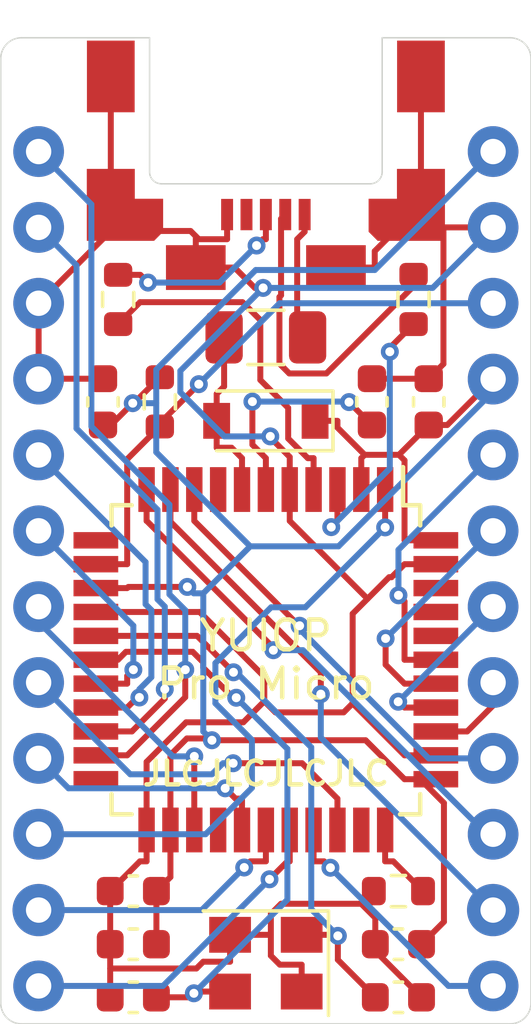
<source format=kicad_pcb>
(kicad_pcb (version 20171130) (host pcbnew "(5.1.9)-1")

  (general
    (thickness 1.6)
    (drawings 16)
    (tracks 350)
    (zones 0)
    (modules 19)
    (nets 32)
  )

  (page A4)
  (title_block
    (title "YUIOP Pro Micro")
    (date 2021-04-17)
    (rev 1.2)
    (company KaoriYa)
  )

  (layers
    (0 F.Cu signal)
    (31 B.Cu signal)
    (32 B.Adhes user)
    (33 F.Adhes user)
    (34 B.Paste user)
    (35 F.Paste user)
    (36 B.SilkS user)
    (37 F.SilkS user)
    (38 B.Mask user)
    (39 F.Mask user)
    (40 Dwgs.User user)
    (41 Cmts.User user)
    (42 Eco1.User user)
    (43 Eco2.User user)
    (44 Edge.Cuts user)
    (45 Margin user)
    (46 B.CrtYd user)
    (47 F.CrtYd user)
    (48 B.Fab user)
    (49 F.Fab user)
  )

  (setup
    (last_trace_width 0.25)
    (trace_clearance 0.2)
    (zone_clearance 0.508)
    (zone_45_only no)
    (trace_min 0.127)
    (via_size 0.8)
    (via_drill 0.4)
    (via_min_size 0.4)
    (via_min_drill 0.2)
    (uvia_size 0.3)
    (uvia_drill 0.1)
    (uvias_allowed no)
    (uvia_min_size 0.2)
    (uvia_min_drill 0.1)
    (edge_width 0.05)
    (segment_width 0.2)
    (pcb_text_width 0.3)
    (pcb_text_size 1.5 1.5)
    (mod_edge_width 0.12)
    (mod_text_size 1 1)
    (mod_text_width 0.15)
    (pad_size 1.524 1.524)
    (pad_drill 0.762)
    (pad_to_mask_clearance 0)
    (aux_axis_origin 0 0)
    (grid_origin 147.32 110.49)
    (visible_elements 7FFFF77F)
    (pcbplotparams
      (layerselection 0x010fc_ffffffff)
      (usegerberextensions false)
      (usegerberattributes true)
      (usegerberadvancedattributes true)
      (creategerberjobfile true)
      (excludeedgelayer true)
      (linewidth 0.100000)
      (plotframeref false)
      (viasonmask false)
      (mode 1)
      (useauxorigin false)
      (hpglpennumber 1)
      (hpglpenspeed 20)
      (hpglpendiameter 15.000000)
      (psnegative false)
      (psa4output false)
      (plotreference true)
      (plotvalue true)
      (plotinvisibletext false)
      (padsonsilk false)
      (subtractmaskfromsilk false)
      (outputformat 1)
      (mirror false)
      (drillshape 0)
      (scaleselection 1)
      (outputdirectory "../gerber/yuiopPM-r1-jlcpcb-r2/"))
  )

  (net 0 "")
  (net 1 /GND)
  (net 2 "Net-(C1-Pad1)")
  (net 3 "Net-(C2-Pad1)")
  (net 4 /AVCC)
  (net 5 "Net-(C8-Pad2)")
  (net 6 /V_USB)
  (net 7 "Net-(F1-Pad2)")
  (net 8 "Net-(J1-Pad2)")
  (net 9 "Net-(J1-Pad3)")
  (net 10 /D9)
  (net 11 /D8)
  (net 12 /D7)
  (net 13 /D6)
  (net 14 /D5)
  (net 15 /D4)
  (net 16 /D3_SCL)
  (net 17 /D2_SDA)
  (net 18 /RXI)
  (net 19 /TXO)
  (net 20 /D10)
  (net 21 /MOSI)
  (net 22 /MISO)
  (net 23 /SCK)
  (net 24 /A0)
  (net 25 /A1)
  (net 26 /A2)
  (net 27 /A3)
  (net 28 /RESET)
  (net 29 "Net-(R2-Pad2)")
  (net 30 /D+)
  (net 31 /D-)

  (net_class Default "This is the default net class."
    (clearance 0.2)
    (trace_width 0.25)
    (via_dia 0.8)
    (via_drill 0.4)
    (uvia_dia 0.3)
    (uvia_drill 0.1)
  )

  (net_class Mid-Narrow ""
    (clearance 0.2)
    (trace_width 0.2)
    (via_dia 0.6)
    (via_drill 0.3)
    (uvia_dia 0.3)
    (uvia_drill 0.1)
    (add_net /A0)
    (add_net /A1)
    (add_net /A2)
    (add_net /A3)
    (add_net /AVCC)
    (add_net /D+)
    (add_net /D-)
    (add_net /D10)
    (add_net /D2_SDA)
    (add_net /D3_SCL)
    (add_net /D4)
    (add_net /D5)
    (add_net /D6)
    (add_net /D7)
    (add_net /D8)
    (add_net /D9)
    (add_net /GND)
    (add_net /MISO)
    (add_net /MOSI)
    (add_net /RESET)
    (add_net /RXI)
    (add_net /SCK)
    (add_net /TXO)
    (add_net /V_USB)
    (add_net "Net-(C1-Pad1)")
    (add_net "Net-(C2-Pad1)")
    (add_net "Net-(C8-Pad2)")
    (add_net "Net-(F1-Pad2)")
    (add_net "Net-(J1-Pad2)")
    (add_net "Net-(J1-Pad3)")
    (add_net "Net-(R2-Pad2)")
  )

  (net_class Narrow ""
    (clearance 0.2)
    (trace_width 0.127)
    (via_dia 0.4)
    (via_drill 0.2)
    (uvia_dia 0.3)
    (uvia_drill 0.1)
  )

  (module KeyboardController:SpringPinHeader-01x12 (layer F.Cu) (tedit 6079C933) (tstamp 605758E6)
    (at 154.94 110.49)
    (path /605EE4D7)
    (fp_text reference J3 (at -1.905 0 90) (layer F.Fab) hide
      (effects (font (size 1 1) (thickness 0.15)))
    )
    (fp_text value Conn_01x12 (at -1.9 0 270) (layer F.Fab)
      (effects (font (size 1 1) (thickness 0.15)))
    )
    (pad 12 thru_hole circle (at 0 13.97) (size 1.7 1.7) (drill 0.85) (layers *.Cu *.Mask)
      (net 20 /D10))
    (pad 11 thru_hole circle (at 0 11.43) (size 1.75 1.75) (drill 0.85) (layers *.Cu *.Mask)
      (net 21 /MOSI))
    (pad 10 thru_hole circle (at 0 8.89) (size 1.7 1.7) (drill 0.85) (layers *.Cu *.Mask)
      (net 22 /MISO))
    (pad 9 thru_hole circle (at 0 6.35) (size 1.7 1.7) (drill 0.85) (layers *.Cu *.Mask)
      (net 23 /SCK))
    (pad 8 thru_hole circle (at 0 3.81) (size 1.7 1.7) (drill 0.85) (layers *.Cu *.Mask)
      (net 24 /A0))
    (pad 7 thru_hole circle (at 0 1.27) (size 1.7 1.7) (drill 0.85) (layers *.Cu *.Mask)
      (net 25 /A1))
    (pad 6 thru_hole circle (at 0 -1.27) (size 1.7 1.7) (drill 0.85) (layers *.Cu *.Mask)
      (net 26 /A2))
    (pad 5 thru_hole circle (at 0 -3.81) (size 1.7 1.7) (drill 0.85) (layers *.Cu *.Mask)
      (net 27 /A3))
    (pad 4 thru_hole circle (at 0 -6.35) (size 1.7 1.7) (drill 0.85) (layers *.Cu *.Mask)
      (net 4 /AVCC))
    (pad 3 thru_hole circle (at 0 -8.89) (size 1.7 1.7) (drill 0.85) (layers *.Cu *.Mask)
      (net 28 /RESET))
    (pad 2 thru_hole circle (at 0 -11.43) (size 1.7 1.7) (drill 0.85) (layers *.Cu *.Mask)
      (net 1 /GND))
    (pad 1 thru_hole circle (at 0 -13.97) (size 1.7 1.7) (drill 0.85) (layers *.Cu *.Mask)
      (net 4 /AVCC))
  )

  (module KeyboardController:SpringPinHeader-01x12 (layer F.Cu) (tedit 6079C933) (tstamp 605758D6)
    (at 139.7 110.49)
    (path /605EC7A6)
    (fp_text reference J2 (at -1.905 0 90) (layer F.Fab) hide
      (effects (font (size 1 1) (thickness 0.15)))
    )
    (fp_text value Conn_01x12 (at -1.9 0 -90) (layer F.Fab) hide
      (effects (font (size 1 1) (thickness 0.15)))
    )
    (pad 12 thru_hole circle (at 0 13.97) (size 1.7 1.7) (drill 0.85) (layers *.Cu *.Mask)
      (net 10 /D9))
    (pad 11 thru_hole circle (at 0 11.43) (size 1.75 1.75) (drill 0.85) (layers *.Cu *.Mask)
      (net 11 /D8))
    (pad 10 thru_hole circle (at 0 8.89) (size 1.7 1.7) (drill 0.85) (layers *.Cu *.Mask)
      (net 12 /D7))
    (pad 9 thru_hole circle (at 0 6.35) (size 1.7 1.7) (drill 0.85) (layers *.Cu *.Mask)
      (net 13 /D6))
    (pad 8 thru_hole circle (at 0 3.81) (size 1.7 1.7) (drill 0.85) (layers *.Cu *.Mask)
      (net 14 /D5))
    (pad 7 thru_hole circle (at 0 1.27) (size 1.7 1.7) (drill 0.85) (layers *.Cu *.Mask)
      (net 15 /D4))
    (pad 6 thru_hole circle (at 0 -1.27) (size 1.7 1.7) (drill 0.85) (layers *.Cu *.Mask)
      (net 16 /D3_SCL))
    (pad 5 thru_hole circle (at 0 -3.81) (size 1.7 1.7) (drill 0.85) (layers *.Cu *.Mask)
      (net 17 /D2_SDA))
    (pad 4 thru_hole circle (at 0 -6.35) (size 1.7 1.7) (drill 0.85) (layers *.Cu *.Mask)
      (net 1 /GND))
    (pad 3 thru_hole circle (at 0 -8.89) (size 1.7 1.7) (drill 0.85) (layers *.Cu *.Mask)
      (net 1 /GND))
    (pad 2 thru_hole circle (at 0 -11.43) (size 1.7 1.7) (drill 0.85) (layers *.Cu *.Mask)
      (net 18 /RXI))
    (pad 1 thru_hole circle (at 0 -13.97) (size 1.7 1.7) (drill 0.85) (layers *.Cu *.Mask)
      (net 19 /TXO))
  )

  (module KeyboardController:USB-MicroB_ZX62M-B-5P (layer F.Cu) (tedit 6057712F) (tstamp 6078415C)
    (at 147.32 94.0054 180)
    (descr "ZX62M-B-5P mid mount connector")
    (path /603E8BC3)
    (fp_text reference J1 (at 0 0.6604) (layer Eco1.User)
      (effects (font (size 1 1) (thickness 0.15)))
    )
    (fp_text value USB_B_Micro (at 0 -0.7366) (layer Eco1.User)
      (effects (font (size 1 0.7) (thickness 0.125)))
    )
    (fp_line (start 3.9 1.9) (end -3.9 1.9) (layer Eco1.User) (width 0.01))
    (fp_line (start 3.9 -3.2) (end 3.9 1.9) (layer Eco1.User) (width 0.01))
    (fp_line (start -3.4 -3.6) (end 3.5 -3.6) (layer Eco1.User) (width 0.01))
    (fp_line (start -3.9 1.9) (end -3.9 -3.1) (layer Eco1.User) (width 0.01))
    (fp_line (start 3.45 2.5) (end -3.35 2.5) (layer Dwgs.User) (width 0.12))
    (fp_line (start -3.35 2.5) (end -3.35 -3.1) (layer Dwgs.User) (width 0.12))
    (fp_line (start -3.35 -3.1) (end 3.45 -3.1) (layer Dwgs.User) (width 0.12))
    (fp_line (start 3.45 -3.1) (end 3.45 2.5) (layer Dwgs.User) (width 0.12))
    (fp_arc (start -3.4 -3.1) (end -3.4 -3.6) (angle -90) (layer Eco1.User) (width 0.01))
    (fp_arc (start 3.5 -3.2) (end 3.9 -3.2) (angle -90) (layer Eco1.User) (width 0.01))
    (pad 6 smd custom (at 5.2 -4.3 180) (size 0.01 0.01) (layers F.Cu F.Paste F.Mask)
      (net 1 /GND) (zone_connect 0)
      (options (clearance outline) (anchor circle))
      (primitives
        (gr_poly (pts
           (xy -1.75 -0.9) (xy -1.75 0.2) (xy -0.8 0.2) (xy -0.8 1.2) (xy 0.8 1.2)
           (xy 0.8 -1.2) (xy -1.45 -1.2)) (width 0.01))
      ))
    (pad 6 smd custom (at -5.2 -4.3 180) (size 0.01 0.01) (layers F.Cu F.Paste F.Mask)
      (net 1 /GND) (zone_connect 0)
      (options (clearance outline) (anchor circle))
      (primitives
        (gr_poly (pts
           (xy 1.75 -0.9) (xy 1.75 0.2) (xy 0.8 0.2) (xy 0.8 1.2) (xy -0.8 1.2)
           (xy -0.8 -1.2) (xy 1.45 -1.2)) (width 0.01))
      ))
    (pad 6 smd rect (at 5.2 0 180) (size 1.6 2.4) (layers F.Cu F.Paste F.Mask)
      (net 1 /GND))
    (pad 6 smd rect (at -5.2 0 180) (size 1.6 2.4) (layers F.Cu F.Paste F.Mask)
      (net 1 /GND))
    (pad 6 smd rect (at 2.35 -6.4 180) (size 2 1.5) (layers F.Cu F.Paste F.Mask)
      (net 1 /GND))
    (pad 6 smd rect (at -2.35 -6.4 180) (size 2 1.5) (layers F.Cu F.Paste F.Mask)
      (net 1 /GND))
    (pad 1 smd rect (at -1.3 -4.625 180) (size 0.4 1.05) (layers F.Cu F.Paste F.Mask)
      (net 7 "Net-(F1-Pad2)"))
    (pad 2 smd rect (at -0.65 -4.625 180) (size 0.4 1.05) (layers F.Cu F.Paste F.Mask)
      (net 8 "Net-(J1-Pad2)"))
    (pad 3 smd rect (at 0 -4.625 180) (size 0.4 1.05) (layers F.Cu F.Paste F.Mask)
      (net 9 "Net-(J1-Pad3)"))
    (pad 4 smd rect (at 0.65 -4.625 180) (size 0.4 1.05) (layers F.Cu F.Paste F.Mask))
    (pad 5 smd rect (at 1.3 -4.625 180) (size 0.4 1.05) (layers F.Cu F.Paste F.Mask)
      (net 1 /GND))
  )

  (module Oscillator:Oscillator_SMD_SeikoEpson_SG8002CE-4Pin_3.2x2.5mm (layer F.Cu) (tedit 58CD3345) (tstamp 6078431C)
    (at 147.32 123.698 180)
    (descr "SMD Crystal Oscillator Seiko Epson SG-8002CE https://support.epson.biz/td/api/doc_check.php?mode=dl&lang=en&Parts=SG-8002DC, 3.2x2.5mm^2 package")
    (tags "SMD SMT crystal oscillator")
    (path /603F204B)
    (attr smd)
    (fp_text reference X1 (at 0 0.762) (layer Eco1.User)
      (effects (font (size 1 1) (thickness 0.15)))
    )
    (fp_text value 16MHz (at 0 -0.635) (layer Eco1.User)
      (effects (font (size 1 0.8) (thickness 0.15)))
    )
    (fp_circle (center 0 0) (end 0.058333 0) (layer F.Adhes) (width 0.116667))
    (fp_circle (center 0 0) (end 0.133333 0) (layer F.Adhes) (width 0.083333))
    (fp_circle (center 0 0) (end 0.208333 0) (layer F.Adhes) (width 0.083333))
    (fp_circle (center 0 0) (end 0.25 0) (layer F.Adhes) (width 0.1))
    (fp_line (start 2.2 -1.8) (end -2.2 -1.8) (layer F.CrtYd) (width 0.05))
    (fp_line (start 2.2 1.8) (end 2.2 -1.8) (layer F.CrtYd) (width 0.05))
    (fp_line (start -2.2 1.8) (end 2.2 1.8) (layer F.CrtYd) (width 0.05))
    (fp_line (start -2.2 -1.8) (end -2.2 1.8) (layer F.CrtYd) (width 0.05))
    (fp_line (start -2.1 1.75) (end 2.1 1.75) (layer F.SilkS) (width 0.12))
    (fp_line (start -2.1 -1.75) (end -2.1 1.75) (layer F.SilkS) (width 0.12))
    (fp_line (start -1.6 0.25) (end -0.6 1.25) (layer F.Fab) (width 0.1))
    (fp_line (start -1.6 -1.15) (end -1.5 -1.25) (layer F.Fab) (width 0.1))
    (fp_line (start -1.6 1.15) (end -1.6 -1.15) (layer F.Fab) (width 0.1))
    (fp_line (start -1.5 1.25) (end -1.6 1.15) (layer F.Fab) (width 0.1))
    (fp_line (start 1.5 1.25) (end -1.5 1.25) (layer F.Fab) (width 0.1))
    (fp_line (start 1.6 1.15) (end 1.5 1.25) (layer F.Fab) (width 0.1))
    (fp_line (start 1.6 -1.15) (end 1.6 1.15) (layer F.Fab) (width 0.1))
    (fp_line (start 1.5 -1.25) (end 1.6 -1.15) (layer F.Fab) (width 0.1))
    (fp_line (start -1.5 -1.25) (end 1.5 -1.25) (layer F.Fab) (width 0.1))
    (fp_text user %R (at 0 0) (layer F.Fab) hide
      (effects (font (size 0.7 0.7) (thickness 0.105)))
    )
    (pad 4 smd rect (at -1.2 -0.95 180) (size 1.4 1.2) (layers F.Cu F.Paste F.Mask)
      (net 1 /GND))
    (pad 3 smd rect (at 1.2 -0.95 180) (size 1.4 1.2) (layers F.Cu F.Paste F.Mask)
      (net 3 "Net-(C2-Pad1)"))
    (pad 2 smd rect (at 1.2 0.95 180) (size 1.4 1.2) (layers F.Cu F.Paste F.Mask)
      (net 1 /GND))
    (pad 1 smd rect (at -1.2 0.95 180) (size 1.4 1.2) (layers F.Cu F.Paste F.Mask)
      (net 2 "Net-(C1-Pad1)"))
    (model ${KISYS3DMOD}/Oscillator.3dshapes/Oscillator_SMD_SeikoEpson_SG8002CE-4Pin_3.2x2.5mm.wrl
      (at (xyz 0 0 0))
      (scale (xyz 1 1 1))
      (rotate (xyz 0 0 0))
    )
  )

  (module Package_QFP:TQFP-44_10x10mm_P0.8mm (layer F.Cu) (tedit 5A02F146) (tstamp 60579545)
    (at 147.32 113.538 270)
    (descr "44-Lead Plastic Thin Quad Flatpack (PT) - 10x10x1.0 mm Body [TQFP] (see Microchip Packaging Specification 00000049BS.pdf)")
    (tags "QFP 0.8")
    (path /603E427F)
    (attr smd)
    (fp_text reference U1 (at -4.191 0 180) (layer Eco1.User)
      (effects (font (size 1 1) (thickness 0.15)))
    )
    (fp_text value ATmega32U4-AU (at -2.667 0 180) (layer Eco1.User)
      (effects (font (size 1 1) (thickness 0.15)))
    )
    (fp_line (start -5.175 -4.6) (end -6.45 -4.6) (layer F.SilkS) (width 0.15))
    (fp_line (start 5.175 -5.175) (end 4.5 -5.175) (layer F.SilkS) (width 0.15))
    (fp_line (start 5.175 5.175) (end 4.5 5.175) (layer F.SilkS) (width 0.15))
    (fp_line (start -5.175 5.175) (end -4.5 5.175) (layer F.SilkS) (width 0.15))
    (fp_line (start -5.175 -5.175) (end -4.5 -5.175) (layer F.SilkS) (width 0.15))
    (fp_line (start -5.175 5.175) (end -5.175 4.5) (layer F.SilkS) (width 0.15))
    (fp_line (start 5.175 5.175) (end 5.175 4.5) (layer F.SilkS) (width 0.15))
    (fp_line (start 5.175 -5.175) (end 5.175 -4.5) (layer F.SilkS) (width 0.15))
    (fp_line (start -5.175 -5.175) (end -5.175 -4.6) (layer F.SilkS) (width 0.15))
    (fp_line (start -6.7 6.7) (end 6.7 6.7) (layer F.CrtYd) (width 0.05))
    (fp_line (start -6.7 -6.7) (end 6.7 -6.7) (layer F.CrtYd) (width 0.05))
    (fp_line (start 6.7 -6.7) (end 6.7 6.7) (layer F.CrtYd) (width 0.05))
    (fp_line (start -6.7 -6.7) (end -6.7 6.7) (layer F.CrtYd) (width 0.05))
    (fp_line (start -5 -4) (end -4 -5) (layer F.Fab) (width 0.15))
    (fp_line (start -5 5) (end -5 -4) (layer F.Fab) (width 0.15))
    (fp_line (start 5 5) (end -5 5) (layer F.Fab) (width 0.15))
    (fp_line (start 5 -5) (end 5 5) (layer F.Fab) (width 0.15))
    (fp_line (start -4 -5) (end 5 -5) (layer F.Fab) (width 0.15))
    (fp_text user %R (at 0 0 90) (layer F.Fab) hide
      (effects (font (size 1 1) (thickness 0.15)))
    )
    (pad 44 smd rect (at -4 -5.7) (size 1.5 0.55) (layers F.Cu F.Paste F.Mask)
      (net 4 /AVCC))
    (pad 43 smd rect (at -3.2 -5.7) (size 1.5 0.55) (layers F.Cu F.Paste F.Mask)
      (net 1 /GND))
    (pad 42 smd rect (at -2.4 -5.7) (size 1.5 0.55) (layers F.Cu F.Paste F.Mask))
    (pad 41 smd rect (at -1.6 -5.7) (size 1.5 0.55) (layers F.Cu F.Paste F.Mask))
    (pad 40 smd rect (at -0.8 -5.7) (size 1.5 0.55) (layers F.Cu F.Paste F.Mask))
    (pad 39 smd rect (at 0 -5.7) (size 1.5 0.55) (layers F.Cu F.Paste F.Mask)
      (net 27 /A3))
    (pad 38 smd rect (at 0.8 -5.7) (size 1.5 0.55) (layers F.Cu F.Paste F.Mask)
      (net 26 /A2))
    (pad 37 smd rect (at 1.6 -5.7) (size 1.5 0.55) (layers F.Cu F.Paste F.Mask)
      (net 25 /A1))
    (pad 36 smd rect (at 2.4 -5.7) (size 1.5 0.55) (layers F.Cu F.Paste F.Mask)
      (net 24 /A0))
    (pad 35 smd rect (at 3.2 -5.7) (size 1.5 0.55) (layers F.Cu F.Paste F.Mask)
      (net 1 /GND))
    (pad 34 smd rect (at 4 -5.7) (size 1.5 0.55) (layers F.Cu F.Paste F.Mask)
      (net 4 /AVCC))
    (pad 33 smd rect (at 5.7 -4 270) (size 1.5 0.55) (layers F.Cu F.Paste F.Mask)
      (net 29 "Net-(R2-Pad2)"))
    (pad 32 smd rect (at 5.7 -3.2 270) (size 1.5 0.55) (layers F.Cu F.Paste F.Mask))
    (pad 31 smd rect (at 5.7 -2.4 270) (size 1.5 0.55) (layers F.Cu F.Paste F.Mask)
      (net 14 /D5))
    (pad 30 smd rect (at 5.7 -1.6 270) (size 1.5 0.55) (layers F.Cu F.Paste F.Mask)
      (net 20 /D10))
    (pad 29 smd rect (at 5.7 -0.8 270) (size 1.5 0.55) (layers F.Cu F.Paste F.Mask)
      (net 10 /D9))
    (pad 28 smd rect (at 5.7 0 270) (size 1.5 0.55) (layers F.Cu F.Paste F.Mask)
      (net 11 /D8))
    (pad 27 smd rect (at 5.7 0.8 270) (size 1.5 0.55) (layers F.Cu F.Paste F.Mask)
      (net 13 /D6))
    (pad 26 smd rect (at 5.7 1.6 270) (size 1.5 0.55) (layers F.Cu F.Paste F.Mask))
    (pad 25 smd rect (at 5.7 2.4 270) (size 1.5 0.55) (layers F.Cu F.Paste F.Mask)
      (net 15 /D4))
    (pad 24 smd rect (at 5.7 3.2 270) (size 1.5 0.55) (layers F.Cu F.Paste F.Mask)
      (net 4 /AVCC))
    (pad 23 smd rect (at 5.7 4 270) (size 1.5 0.55) (layers F.Cu F.Paste F.Mask)
      (net 1 /GND))
    (pad 22 smd rect (at 4 5.7) (size 1.5 0.55) (layers F.Cu F.Paste F.Mask))
    (pad 21 smd rect (at 3.2 5.7) (size 1.5 0.55) (layers F.Cu F.Paste F.Mask)
      (net 19 /TXO))
    (pad 20 smd rect (at 2.4 5.7) (size 1.5 0.55) (layers F.Cu F.Paste F.Mask)
      (net 18 /RXI))
    (pad 19 smd rect (at 1.6 5.7) (size 1.5 0.55) (layers F.Cu F.Paste F.Mask)
      (net 17 /D2_SDA))
    (pad 18 smd rect (at 0.8 5.7) (size 1.5 0.55) (layers F.Cu F.Paste F.Mask)
      (net 16 /D3_SCL))
    (pad 17 smd rect (at 0 5.7) (size 1.5 0.55) (layers F.Cu F.Paste F.Mask)
      (net 3 "Net-(C2-Pad1)"))
    (pad 16 smd rect (at -0.8 5.7) (size 1.5 0.55) (layers F.Cu F.Paste F.Mask)
      (net 2 "Net-(C1-Pad1)"))
    (pad 15 smd rect (at -1.6 5.7) (size 1.5 0.55) (layers F.Cu F.Paste F.Mask)
      (net 1 /GND))
    (pad 14 smd rect (at -2.4 5.7) (size 1.5 0.55) (layers F.Cu F.Paste F.Mask)
      (net 4 /AVCC))
    (pad 13 smd rect (at -3.2 5.7) (size 1.5 0.55) (layers F.Cu F.Paste F.Mask)
      (net 28 /RESET))
    (pad 12 smd rect (at -4 5.7) (size 1.5 0.55) (layers F.Cu F.Paste F.Mask))
    (pad 11 smd rect (at -5.7 4 270) (size 1.5 0.55) (layers F.Cu F.Paste F.Mask)
      (net 22 /MISO))
    (pad 10 smd rect (at -5.7 3.2 270) (size 1.5 0.55) (layers F.Cu F.Paste F.Mask)
      (net 21 /MOSI))
    (pad 9 smd rect (at -5.7 2.4 270) (size 1.5 0.55) (layers F.Cu F.Paste F.Mask)
      (net 23 /SCK))
    (pad 8 smd rect (at -5.7 1.6 270) (size 1.5 0.55) (layers F.Cu F.Paste F.Mask))
    (pad 7 smd rect (at -5.7 0.8 270) (size 1.5 0.55) (layers F.Cu F.Paste F.Mask)
      (net 6 /V_USB))
    (pad 6 smd rect (at -5.7 0 270) (size 1.5 0.55) (layers F.Cu F.Paste F.Mask)
      (net 5 "Net-(C8-Pad2)"))
    (pad 5 smd rect (at -5.7 -0.8 270) (size 1.5 0.55) (layers F.Cu F.Paste F.Mask)
      (net 1 /GND))
    (pad 4 smd rect (at -5.7 -1.6 270) (size 1.5 0.55) (layers F.Cu F.Paste F.Mask)
      (net 30 /D+))
    (pad 3 smd rect (at -5.7 -2.4 270) (size 1.5 0.55) (layers F.Cu F.Paste F.Mask)
      (net 31 /D-))
    (pad 2 smd rect (at -5.7 -3.2 270) (size 1.5 0.55) (layers F.Cu F.Paste F.Mask)
      (net 4 /AVCC))
    (pad 1 smd rect (at -5.7 -4 270) (size 1.5 0.55) (layers F.Cu F.Paste F.Mask)
      (net 12 /D7))
    (model ${KISYS3DMOD}/Package_QFP.3dshapes/TQFP-44_10x10mm_P0.8mm.wrl
      (at (xyz 0 0 0))
      (scale (xyz 1 1 1))
      (rotate (xyz 0 0 0))
    )
  )

  (module Resistor_SMD:R_0603_1608Metric (layer F.Cu) (tedit 5F68FEEE) (tstamp 60578FA4)
    (at 152.273 101.473 90)
    (descr "Resistor SMD 0603 (1608 Metric), square (rectangular) end terminal, IPC_7351 nominal, (Body size source: IPC-SM-782 page 72, https://www.pcb-3d.com/wordpress/wp-content/uploads/ipc-sm-782a_amendment_1_and_2.pdf), generated with kicad-footprint-generator")
    (tags resistor)
    (path /6045328E)
    (attr smd)
    (fp_text reference R4 (at 1.524 0 180) (layer Eco1.User)
      (effects (font (size 0.6 0.6) (thickness 0.1)))
    )
    (fp_text value 22 (at 0.635 0 180) (layer Eco1.User)
      (effects (font (size 0.6 0.6) (thickness 0.1)))
    )
    (fp_line (start 1.48 0.73) (end -1.48 0.73) (layer F.CrtYd) (width 0.05))
    (fp_line (start 1.48 -0.73) (end 1.48 0.73) (layer F.CrtYd) (width 0.05))
    (fp_line (start -1.48 -0.73) (end 1.48 -0.73) (layer F.CrtYd) (width 0.05))
    (fp_line (start -1.48 0.73) (end -1.48 -0.73) (layer F.CrtYd) (width 0.05))
    (fp_line (start -0.237258 0.5225) (end 0.237258 0.5225) (layer F.SilkS) (width 0.12))
    (fp_line (start -0.237258 -0.5225) (end 0.237258 -0.5225) (layer F.SilkS) (width 0.12))
    (fp_line (start 0.8 0.4125) (end -0.8 0.4125) (layer F.Fab) (width 0.1))
    (fp_line (start 0.8 -0.4125) (end 0.8 0.4125) (layer F.Fab) (width 0.1))
    (fp_line (start -0.8 -0.4125) (end 0.8 -0.4125) (layer F.Fab) (width 0.1))
    (fp_line (start -0.8 0.4125) (end -0.8 -0.4125) (layer F.Fab) (width 0.1))
    (fp_text user %R (at 0 0 90) (layer F.Fab) hide
      (effects (font (size 0.4 0.4) (thickness 0.06)))
    )
    (pad 2 smd roundrect (at 0.825 0 90) (size 0.8 0.95) (layers F.Cu F.Paste F.Mask) (roundrect_rratio 0.25)
      (net 8 "Net-(J1-Pad2)"))
    (pad 1 smd roundrect (at -0.825 0 90) (size 0.8 0.95) (layers F.Cu F.Paste F.Mask) (roundrect_rratio 0.25)
      (net 31 /D-))
    (model ${KISYS3DMOD}/Resistor_SMD.3dshapes/R_0603_1608Metric.wrl
      (at (xyz 0 0 0))
      (scale (xyz 1 1 1))
      (rotate (xyz 0 0 0))
    )
  )

  (module Resistor_SMD:R_0603_1608Metric (layer F.Cu) (tedit 5F68FEEE) (tstamp 607831F6)
    (at 142.367 101.473 90)
    (descr "Resistor SMD 0603 (1608 Metric), square (rectangular) end terminal, IPC_7351 nominal, (Body size source: IPC-SM-782 page 72, https://www.pcb-3d.com/wordpress/wp-content/uploads/ipc-sm-782a_amendment_1_and_2.pdf), generated with kicad-footprint-generator")
    (tags resistor)
    (path /604519EA)
    (attr smd)
    (fp_text reference R3 (at 1.524 0 180) (layer Eco1.User)
      (effects (font (size 0.6 0.6) (thickness 0.1)))
    )
    (fp_text value 22 (at 0.635 0 180) (layer Eco1.User)
      (effects (font (size 0.6 0.6) (thickness 0.1)))
    )
    (fp_line (start 1.48 0.73) (end -1.48 0.73) (layer F.CrtYd) (width 0.05))
    (fp_line (start 1.48 -0.73) (end 1.48 0.73) (layer F.CrtYd) (width 0.05))
    (fp_line (start -1.48 -0.73) (end 1.48 -0.73) (layer F.CrtYd) (width 0.05))
    (fp_line (start -1.48 0.73) (end -1.48 -0.73) (layer F.CrtYd) (width 0.05))
    (fp_line (start -0.237258 0.5225) (end 0.237258 0.5225) (layer F.SilkS) (width 0.12))
    (fp_line (start -0.237258 -0.5225) (end 0.237258 -0.5225) (layer F.SilkS) (width 0.12))
    (fp_line (start 0.8 0.4125) (end -0.8 0.4125) (layer F.Fab) (width 0.1))
    (fp_line (start 0.8 -0.4125) (end 0.8 0.4125) (layer F.Fab) (width 0.1))
    (fp_line (start -0.8 -0.4125) (end 0.8 -0.4125) (layer F.Fab) (width 0.1))
    (fp_line (start -0.8 0.4125) (end -0.8 -0.4125) (layer F.Fab) (width 0.1))
    (fp_text user %R (at 0 0 90) (layer F.Fab) hide
      (effects (font (size 0.4 0.4) (thickness 0.06)))
    )
    (pad 2 smd roundrect (at 0.825 0 90) (size 0.8 0.95) (layers F.Cu F.Paste F.Mask) (roundrect_rratio 0.25)
      (net 9 "Net-(J1-Pad3)"))
    (pad 1 smd roundrect (at -0.825 0 90) (size 0.8 0.95) (layers F.Cu F.Paste F.Mask) (roundrect_rratio 0.25)
      (net 30 /D+))
    (model ${KISYS3DMOD}/Resistor_SMD.3dshapes/R_0603_1608Metric.wrl
      (at (xyz 0 0 0))
      (scale (xyz 1 1 1))
      (rotate (xyz 0 0 0))
    )
  )

  (module Resistor_SMD:R_0603_1608Metric (layer F.Cu) (tedit 5F68FEEE) (tstamp 6078486F)
    (at 151.765 121.285)
    (descr "Resistor SMD 0603 (1608 Metric), square (rectangular) end terminal, IPC_7351 nominal, (Body size source: IPC-SM-782 page 72, https://www.pcb-3d.com/wordpress/wp-content/uploads/ipc-sm-782a_amendment_1_and_2.pdf), generated with kicad-footprint-generator")
    (tags resistor)
    (path /6044A260)
    (attr smd)
    (fp_text reference R2 (at -1.016 -0.508) (layer Eco1.User)
      (effects (font (size 0.6 0.6) (thickness 0.1)))
    )
    (fp_text value 10k (at 0.635 -0.508) (layer Eco1.User)
      (effects (font (size 0.6 0.6) (thickness 0.1)))
    )
    (fp_line (start 1.48 0.73) (end -1.48 0.73) (layer F.CrtYd) (width 0.05))
    (fp_line (start 1.48 -0.73) (end 1.48 0.73) (layer F.CrtYd) (width 0.05))
    (fp_line (start -1.48 -0.73) (end 1.48 -0.73) (layer F.CrtYd) (width 0.05))
    (fp_line (start -1.48 0.73) (end -1.48 -0.73) (layer F.CrtYd) (width 0.05))
    (fp_line (start -0.237258 0.5225) (end 0.237258 0.5225) (layer F.SilkS) (width 0.12))
    (fp_line (start -0.237258 -0.5225) (end 0.237258 -0.5225) (layer F.SilkS) (width 0.12))
    (fp_line (start 0.8 0.4125) (end -0.8 0.4125) (layer F.Fab) (width 0.1))
    (fp_line (start 0.8 -0.4125) (end 0.8 0.4125) (layer F.Fab) (width 0.1))
    (fp_line (start -0.8 -0.4125) (end 0.8 -0.4125) (layer F.Fab) (width 0.1))
    (fp_line (start -0.8 0.4125) (end -0.8 -0.4125) (layer F.Fab) (width 0.1))
    (fp_text user %R (at 0 0) (layer F.Fab) hide
      (effects (font (size 0.4 0.4) (thickness 0.06)))
    )
    (pad 2 smd roundrect (at 0.825 0) (size 0.8 0.95) (layers F.Cu F.Paste F.Mask) (roundrect_rratio 0.25)
      (net 29 "Net-(R2-Pad2)"))
    (pad 1 smd roundrect (at -0.825 0) (size 0.8 0.95) (layers F.Cu F.Paste F.Mask) (roundrect_rratio 0.25)
      (net 1 /GND))
    (model ${KISYS3DMOD}/Resistor_SMD.3dshapes/R_0603_1608Metric.wrl
      (at (xyz 0 0 0))
      (scale (xyz 1 1 1))
      (rotate (xyz 0 0 0))
    )
  )

  (module Resistor_SMD:R_0603_1608Metric (layer F.Cu) (tedit 5F68FEEE) (tstamp 60783A04)
    (at 143.764 104.902 270)
    (descr "Resistor SMD 0603 (1608 Metric), square (rectangular) end terminal, IPC_7351 nominal, (Body size source: IPC-SM-782 page 72, https://www.pcb-3d.com/wordpress/wp-content/uploads/ipc-sm-782a_amendment_1_and_2.pdf), generated with kicad-footprint-generator")
    (tags resistor)
    (path /6042E16A)
    (attr smd)
    (fp_text reference R1 (at -1.524 0 180) (layer Eco1.User)
      (effects (font (size 0.6 0.6) (thickness 0.1)))
    )
    (fp_text value 10k (at -0.635 0 180) (layer Eco1.User)
      (effects (font (size 0.6 0.6) (thickness 0.1)))
    )
    (fp_line (start 1.48 0.73) (end -1.48 0.73) (layer F.CrtYd) (width 0.05))
    (fp_line (start 1.48 -0.73) (end 1.48 0.73) (layer F.CrtYd) (width 0.05))
    (fp_line (start -1.48 -0.73) (end 1.48 -0.73) (layer F.CrtYd) (width 0.05))
    (fp_line (start -1.48 0.73) (end -1.48 -0.73) (layer F.CrtYd) (width 0.05))
    (fp_line (start -0.237258 0.5225) (end 0.237258 0.5225) (layer F.SilkS) (width 0.12))
    (fp_line (start -0.237258 -0.5225) (end 0.237258 -0.5225) (layer F.SilkS) (width 0.12))
    (fp_line (start 0.8 0.4125) (end -0.8 0.4125) (layer F.Fab) (width 0.1))
    (fp_line (start 0.8 -0.4125) (end 0.8 0.4125) (layer F.Fab) (width 0.1))
    (fp_line (start -0.8 -0.4125) (end 0.8 -0.4125) (layer F.Fab) (width 0.1))
    (fp_line (start -0.8 0.4125) (end -0.8 -0.4125) (layer F.Fab) (width 0.1))
    (fp_text user %R (at 0 0 90) (layer F.Fab) hide
      (effects (font (size 0.4 0.4) (thickness 0.06)))
    )
    (pad 2 smd roundrect (at 0.825 0 270) (size 0.8 0.95) (layers F.Cu F.Paste F.Mask) (roundrect_rratio 0.25)
      (net 28 /RESET))
    (pad 1 smd roundrect (at -0.825 0 270) (size 0.8 0.95) (layers F.Cu F.Paste F.Mask) (roundrect_rratio 0.25)
      (net 4 /AVCC))
    (model ${KISYS3DMOD}/Resistor_SMD.3dshapes/R_0603_1608Metric.wrl
      (at (xyz 0 0 0))
      (scale (xyz 1 1 1))
      (rotate (xyz 0 0 0))
    )
  )

  (module Fuse:Fuse_1206_3216Metric (layer F.Cu) (tedit 5F68FEF1) (tstamp 6057AADA)
    (at 147.32 102.743)
    (descr "Fuse SMD 1206 (3216 Metric), square (rectangular) end terminal, IPC_7351 nominal, (Body size source: http://www.tortai-tech.com/upload/download/2011102023233369053.pdf), generated with kicad-footprint-generator")
    (tags fuse)
    (path /6045B5EA)
    (attr smd)
    (fp_text reference F1 (at 0 -1.82) (layer F.SilkS) hide
      (effects (font (size 1 1) (thickness 0.15)))
    )
    (fp_text value Fuse (at 0 1.82) (layer F.Fab) hide
      (effects (font (size 1 1) (thickness 0.15)))
    )
    (fp_line (start 2.28 1.12) (end -2.28 1.12) (layer F.CrtYd) (width 0.05))
    (fp_line (start 2.28 -1.12) (end 2.28 1.12) (layer F.CrtYd) (width 0.05))
    (fp_line (start -2.28 -1.12) (end 2.28 -1.12) (layer F.CrtYd) (width 0.05))
    (fp_line (start -2.28 1.12) (end -2.28 -1.12) (layer F.CrtYd) (width 0.05))
    (fp_line (start -0.602064 0.91) (end 0.602064 0.91) (layer F.SilkS) (width 0.12))
    (fp_line (start -0.602064 -0.91) (end 0.602064 -0.91) (layer F.SilkS) (width 0.12))
    (fp_line (start 1.6 0.8) (end -1.6 0.8) (layer F.Fab) (width 0.1))
    (fp_line (start 1.6 -0.8) (end 1.6 0.8) (layer F.Fab) (width 0.1))
    (fp_line (start -1.6 -0.8) (end 1.6 -0.8) (layer F.Fab) (width 0.1))
    (fp_line (start -1.6 0.8) (end -1.6 -0.8) (layer F.Fab) (width 0.1))
    (fp_text user %R (at 0 -0.053) (layer Eco1.User)
      (effects (font (size 0.8 0.8) (thickness 0.15)))
    )
    (pad 2 smd roundrect (at 1.4 0) (size 1.25 1.75) (layers F.Cu F.Paste F.Mask) (roundrect_rratio 0.2)
      (net 7 "Net-(F1-Pad2)"))
    (pad 1 smd roundrect (at -1.4 0) (size 1.25 1.75) (layers F.Cu F.Paste F.Mask) (roundrect_rratio 0.2)
      (net 6 /V_USB))
    (model ${KISYS3DMOD}/Fuse.3dshapes/Fuse_1206_3216Metric.wrl
      (at (xyz 0 0 0))
      (scale (xyz 1 1 1))
      (rotate (xyz 0 0 0))
    )
  )

  (module Capacitor_SMD:C_0603_1608Metric (layer F.Cu) (tedit 5F68FEEE) (tstamp 60783947)
    (at 150.876 104.902 270)
    (descr "Capacitor SMD 0603 (1608 Metric), square (rectangular) end terminal, IPC_7351 nominal, (Body size source: IPC-SM-782 page 76, https://www.pcb-3d.com/wordpress/wp-content/uploads/ipc-sm-782a_amendment_1_and_2.pdf), generated with kicad-footprint-generator")
    (tags capacitor)
    (path /604754D9)
    (attr smd)
    (fp_text reference C8 (at -1.512 0 180) (layer Eco1.User)
      (effects (font (size 0.6 0.6) (thickness 0.1)))
    )
    (fp_text value 1u (at -0.635 0 180) (layer Eco1.User)
      (effects (font (size 0.6 0.6) (thickness 0.1)))
    )
    (fp_line (start 1.48 0.73) (end -1.48 0.73) (layer F.CrtYd) (width 0.05))
    (fp_line (start 1.48 -0.73) (end 1.48 0.73) (layer F.CrtYd) (width 0.05))
    (fp_line (start -1.48 -0.73) (end 1.48 -0.73) (layer F.CrtYd) (width 0.05))
    (fp_line (start -1.48 0.73) (end -1.48 -0.73) (layer F.CrtYd) (width 0.05))
    (fp_line (start -0.14058 0.51) (end 0.14058 0.51) (layer F.SilkS) (width 0.12))
    (fp_line (start -0.14058 -0.51) (end 0.14058 -0.51) (layer F.SilkS) (width 0.12))
    (fp_line (start 0.8 0.4) (end -0.8 0.4) (layer F.Fab) (width 0.1))
    (fp_line (start 0.8 -0.4) (end 0.8 0.4) (layer F.Fab) (width 0.1))
    (fp_line (start -0.8 -0.4) (end 0.8 -0.4) (layer F.Fab) (width 0.1))
    (fp_line (start -0.8 0.4) (end -0.8 -0.4) (layer F.Fab) (width 0.1))
    (fp_text user %R (at 0 0 90) (layer F.Fab) hide
      (effects (font (size 0.4 0.4) (thickness 0.06)))
    )
    (pad 2 smd roundrect (at 0.775 0 270) (size 0.9 0.95) (layers F.Cu F.Paste F.Mask) (roundrect_rratio 0.25)
      (net 5 "Net-(C8-Pad2)"))
    (pad 1 smd roundrect (at -0.775 0 270) (size 0.9 0.95) (layers F.Cu F.Paste F.Mask) (roundrect_rratio 0.25)
      (net 1 /GND))
    (model ${KISYS3DMOD}/Capacitor_SMD.3dshapes/C_0603_1608Metric.wrl
      (at (xyz 0 0 0))
      (scale (xyz 1 1 1))
      (rotate (xyz 0 0 0))
    )
  )

  (module Capacitor_SMD:C_0603_1608Metric (layer F.Cu) (tedit 5F68FEEE) (tstamp 6057A014)
    (at 152.781 104.902 90)
    (descr "Capacitor SMD 0603 (1608 Metric), square (rectangular) end terminal, IPC_7351 nominal, (Body size source: IPC-SM-782 page 76, https://www.pcb-3d.com/wordpress/wp-content/uploads/ipc-sm-782a_amendment_1_and_2.pdf), generated with kicad-footprint-generator")
    (tags capacitor)
    (path /6040FBFE)
    (attr smd)
    (fp_text reference C7 (at 1.524 0 180) (layer Eco1.User)
      (effects (font (size 0.6 0.6) (thickness 0.1)))
    )
    (fp_text value 4.7u (at 0.635 0 180) (layer Eco1.User)
      (effects (font (size 0.6 0.6) (thickness 0.1)))
    )
    (fp_line (start 1.48 0.73) (end -1.48 0.73) (layer F.CrtYd) (width 0.05))
    (fp_line (start 1.48 -0.73) (end 1.48 0.73) (layer F.CrtYd) (width 0.05))
    (fp_line (start -1.48 -0.73) (end 1.48 -0.73) (layer F.CrtYd) (width 0.05))
    (fp_line (start -1.48 0.73) (end -1.48 -0.73) (layer F.CrtYd) (width 0.05))
    (fp_line (start -0.14058 0.51) (end 0.14058 0.51) (layer F.SilkS) (width 0.12))
    (fp_line (start -0.14058 -0.51) (end 0.14058 -0.51) (layer F.SilkS) (width 0.12))
    (fp_line (start 0.8 0.4) (end -0.8 0.4) (layer F.Fab) (width 0.1))
    (fp_line (start 0.8 -0.4) (end 0.8 0.4) (layer F.Fab) (width 0.1))
    (fp_line (start -0.8 -0.4) (end 0.8 -0.4) (layer F.Fab) (width 0.1))
    (fp_line (start -0.8 0.4) (end -0.8 -0.4) (layer F.Fab) (width 0.1))
    (fp_text user %R (at 0 0 90) (layer F.Fab) hide
      (effects (font (size 0.4 0.4) (thickness 0.06)))
    )
    (pad 2 smd roundrect (at 0.775 0 90) (size 0.9 0.95) (layers F.Cu F.Paste F.Mask) (roundrect_rratio 0.25)
      (net 1 /GND))
    (pad 1 smd roundrect (at -0.775 0 90) (size 0.9 0.95) (layers F.Cu F.Paste F.Mask) (roundrect_rratio 0.25)
      (net 4 /AVCC))
    (model ${KISYS3DMOD}/Capacitor_SMD.3dshapes/C_0603_1608Metric.wrl
      (at (xyz 0 0 0))
      (scale (xyz 1 1 1))
      (rotate (xyz 0 0 0))
    )
  )

  (module Capacitor_SMD:C_0603_1608Metric (layer F.Cu) (tedit 5F68FEEE) (tstamp 6057A1D1)
    (at 141.859 104.902 90)
    (descr "Capacitor SMD 0603 (1608 Metric), square (rectangular) end terminal, IPC_7351 nominal, (Body size source: IPC-SM-782 page 76, https://www.pcb-3d.com/wordpress/wp-content/uploads/ipc-sm-782a_amendment_1_and_2.pdf), generated with kicad-footprint-generator")
    (tags capacitor)
    (path /6040B81E)
    (attr smd)
    (fp_text reference C6 (at 1.524 0 180) (layer Eco1.User)
      (effects (font (size 0.6 0.6) (thickness 0.1)))
    )
    (fp_text value 0.1u (at 0.635 0 180) (layer Eco1.User)
      (effects (font (size 0.6 0.6) (thickness 0.1)))
    )
    (fp_line (start 1.48 0.73) (end -1.48 0.73) (layer F.CrtYd) (width 0.05))
    (fp_line (start 1.48 -0.73) (end 1.48 0.73) (layer F.CrtYd) (width 0.05))
    (fp_line (start -1.48 -0.73) (end 1.48 -0.73) (layer F.CrtYd) (width 0.05))
    (fp_line (start -1.48 0.73) (end -1.48 -0.73) (layer F.CrtYd) (width 0.05))
    (fp_line (start -0.14058 0.51) (end 0.14058 0.51) (layer F.SilkS) (width 0.12))
    (fp_line (start -0.14058 -0.51) (end 0.14058 -0.51) (layer F.SilkS) (width 0.12))
    (fp_line (start 0.8 0.4) (end -0.8 0.4) (layer F.Fab) (width 0.1))
    (fp_line (start 0.8 -0.4) (end 0.8 0.4) (layer F.Fab) (width 0.1))
    (fp_line (start -0.8 -0.4) (end 0.8 -0.4) (layer F.Fab) (width 0.1))
    (fp_line (start -0.8 0.4) (end -0.8 -0.4) (layer F.Fab) (width 0.1))
    (fp_text user %R (at 0 0 90) (layer F.Fab) hide
      (effects (font (size 0.4 0.4) (thickness 0.06)))
    )
    (pad 2 smd roundrect (at 0.775 0 90) (size 0.9 0.95) (layers F.Cu F.Paste F.Mask) (roundrect_rratio 0.25)
      (net 1 /GND))
    (pad 1 smd roundrect (at -0.775 0 90) (size 0.9 0.95) (layers F.Cu F.Paste F.Mask) (roundrect_rratio 0.25)
      (net 4 /AVCC))
    (model ${KISYS3DMOD}/Capacitor_SMD.3dshapes/C_0603_1608Metric.wrl
      (at (xyz 0 0 0))
      (scale (xyz 1 1 1))
      (rotate (xyz 0 0 0))
    )
  )

  (module Capacitor_SMD:C_0603_1608Metric (layer F.Cu) (tedit 5F68FEEE) (tstamp 60784AAD)
    (at 151.765 123.063 180)
    (descr "Capacitor SMD 0603 (1608 Metric), square (rectangular) end terminal, IPC_7351 nominal, (Body size source: IPC-SM-782 page 76, https://www.pcb-3d.com/wordpress/wp-content/uploads/ipc-sm-782a_amendment_1_and_2.pdf), generated with kicad-footprint-generator")
    (tags capacitor)
    (path /6040B818)
    (attr smd)
    (fp_text reference C5 (at 1.016 0.508) (layer Eco1.User)
      (effects (font (size 0.6 0.6) (thickness 0.1)))
    )
    (fp_text value 0.1u (at -0.635 0.508) (layer Eco1.User)
      (effects (font (size 0.6 0.6) (thickness 0.1)))
    )
    (fp_line (start 1.48 0.73) (end -1.48 0.73) (layer F.CrtYd) (width 0.05))
    (fp_line (start 1.48 -0.73) (end 1.48 0.73) (layer F.CrtYd) (width 0.05))
    (fp_line (start -1.48 -0.73) (end 1.48 -0.73) (layer F.CrtYd) (width 0.05))
    (fp_line (start -1.48 0.73) (end -1.48 -0.73) (layer F.CrtYd) (width 0.05))
    (fp_line (start -0.14058 0.51) (end 0.14058 0.51) (layer F.SilkS) (width 0.12))
    (fp_line (start -0.14058 -0.51) (end 0.14058 -0.51) (layer F.SilkS) (width 0.12))
    (fp_line (start 0.8 0.4) (end -0.8 0.4) (layer F.Fab) (width 0.1))
    (fp_line (start 0.8 -0.4) (end 0.8 0.4) (layer F.Fab) (width 0.1))
    (fp_line (start -0.8 -0.4) (end 0.8 -0.4) (layer F.Fab) (width 0.1))
    (fp_line (start -0.8 0.4) (end -0.8 -0.4) (layer F.Fab) (width 0.1))
    (fp_text user %R (at 0 0) (layer F.Fab) hide
      (effects (font (size 0.4 0.4) (thickness 0.06)))
    )
    (pad 2 smd roundrect (at 0.775 0 180) (size 0.9 0.95) (layers F.Cu F.Paste F.Mask) (roundrect_rratio 0.25)
      (net 1 /GND))
    (pad 1 smd roundrect (at -0.775 0 180) (size 0.9 0.95) (layers F.Cu F.Paste F.Mask) (roundrect_rratio 0.25)
      (net 4 /AVCC))
    (model ${KISYS3DMOD}/Capacitor_SMD.3dshapes/C_0603_1608Metric.wrl
      (at (xyz 0 0 0))
      (scale (xyz 1 1 1))
      (rotate (xyz 0 0 0))
    )
  )

  (module Capacitor_SMD:C_0603_1608Metric (layer F.Cu) (tedit 5F68FEEE) (tstamp 6078450B)
    (at 142.875 123.063 180)
    (descr "Capacitor SMD 0603 (1608 Metric), square (rectangular) end terminal, IPC_7351 nominal, (Body size source: IPC-SM-782 page 76, https://www.pcb-3d.com/wordpress/wp-content/uploads/ipc-sm-782a_amendment_1_and_2.pdf), generated with kicad-footprint-generator")
    (tags capacitor)
    (path /60402DFA)
    (attr smd)
    (fp_text reference C4 (at 1.016 0.508) (layer Eco1.User)
      (effects (font (size 0.6 0.6) (thickness 0.1)))
    )
    (fp_text value 0.1u (at -0.762 0.508) (layer Eco1.User)
      (effects (font (size 0.6 0.6) (thickness 0.1)))
    )
    (fp_line (start 1.48 0.73) (end -1.48 0.73) (layer F.CrtYd) (width 0.05))
    (fp_line (start 1.48 -0.73) (end 1.48 0.73) (layer F.CrtYd) (width 0.05))
    (fp_line (start -1.48 -0.73) (end 1.48 -0.73) (layer F.CrtYd) (width 0.05))
    (fp_line (start -1.48 0.73) (end -1.48 -0.73) (layer F.CrtYd) (width 0.05))
    (fp_line (start -0.14058 0.51) (end 0.14058 0.51) (layer F.SilkS) (width 0.12))
    (fp_line (start -0.14058 -0.51) (end 0.14058 -0.51) (layer F.SilkS) (width 0.12))
    (fp_line (start 0.8 0.4) (end -0.8 0.4) (layer F.Fab) (width 0.1))
    (fp_line (start 0.8 -0.4) (end 0.8 0.4) (layer F.Fab) (width 0.1))
    (fp_line (start -0.8 -0.4) (end 0.8 -0.4) (layer F.Fab) (width 0.1))
    (fp_line (start -0.8 0.4) (end -0.8 -0.4) (layer F.Fab) (width 0.1))
    (fp_text user %R (at 0 0) (layer F.Fab) hide
      (effects (font (size 0.4 0.4) (thickness 0.06)))
    )
    (pad 2 smd roundrect (at 0.775 0 180) (size 0.9 0.95) (layers F.Cu F.Paste F.Mask) (roundrect_rratio 0.25)
      (net 1 /GND))
    (pad 1 smd roundrect (at -0.775 0 180) (size 0.9 0.95) (layers F.Cu F.Paste F.Mask) (roundrect_rratio 0.25)
      (net 4 /AVCC))
    (model ${KISYS3DMOD}/Capacitor_SMD.3dshapes/C_0603_1608Metric.wrl
      (at (xyz 0 0 0))
      (scale (xyz 1 1 1))
      (rotate (xyz 0 0 0))
    )
  )

  (module Capacitor_SMD:C_0603_1608Metric (layer F.Cu) (tedit 5F68FEEE) (tstamp 6057582E)
    (at 142.875 121.285 180)
    (descr "Capacitor SMD 0603 (1608 Metric), square (rectangular) end terminal, IPC_7351 nominal, (Body size source: IPC-SM-782 page 76, https://www.pcb-3d.com/wordpress/wp-content/uploads/ipc-sm-782a_amendment_1_and_2.pdf), generated with kicad-footprint-generator")
    (tags capacitor)
    (path /60400465)
    (attr smd)
    (fp_text reference C3 (at 1.016 0.508) (layer Eco1.User)
      (effects (font (size 0.6 0.6) (thickness 0.1)))
    )
    (fp_text value 0.1u (at -0.762 0.508) (layer Eco1.User)
      (effects (font (size 0.6 0.6) (thickness 0.1)))
    )
    (fp_line (start 1.48 0.73) (end -1.48 0.73) (layer F.CrtYd) (width 0.05))
    (fp_line (start 1.48 -0.73) (end 1.48 0.73) (layer F.CrtYd) (width 0.05))
    (fp_line (start -1.48 -0.73) (end 1.48 -0.73) (layer F.CrtYd) (width 0.05))
    (fp_line (start -1.48 0.73) (end -1.48 -0.73) (layer F.CrtYd) (width 0.05))
    (fp_line (start -0.14058 0.51) (end 0.14058 0.51) (layer F.SilkS) (width 0.12))
    (fp_line (start -0.14058 -0.51) (end 0.14058 -0.51) (layer F.SilkS) (width 0.12))
    (fp_line (start 0.8 0.4) (end -0.8 0.4) (layer F.Fab) (width 0.1))
    (fp_line (start 0.8 -0.4) (end 0.8 0.4) (layer F.Fab) (width 0.1))
    (fp_line (start -0.8 -0.4) (end 0.8 -0.4) (layer F.Fab) (width 0.1))
    (fp_line (start -0.8 0.4) (end -0.8 -0.4) (layer F.Fab) (width 0.1))
    (fp_text user %R (at 0 0) (layer F.Fab)
      (effects (font (size 0.4 0.4) (thickness 0.06)))
    )
    (pad 2 smd roundrect (at 0.775 0 180) (size 0.9 0.95) (layers F.Cu F.Paste F.Mask) (roundrect_rratio 0.25)
      (net 1 /GND))
    (pad 1 smd roundrect (at -0.775 0 180) (size 0.9 0.95) (layers F.Cu F.Paste F.Mask) (roundrect_rratio 0.25)
      (net 4 /AVCC))
    (model ${KISYS3DMOD}/Capacitor_SMD.3dshapes/C_0603_1608Metric.wrl
      (at (xyz 0 0 0))
      (scale (xyz 1 1 1))
      (rotate (xyz 0 0 0))
    )
  )

  (module Capacitor_SMD:C_0603_1608Metric (layer F.Cu) (tedit 5F68FEEE) (tstamp 607847B2)
    (at 142.875 124.841 180)
    (descr "Capacitor SMD 0603 (1608 Metric), square (rectangular) end terminal, IPC_7351 nominal, (Body size source: IPC-SM-782 page 76, https://www.pcb-3d.com/wordpress/wp-content/uploads/ipc-sm-782a_amendment_1_and_2.pdf), generated with kicad-footprint-generator")
    (tags capacitor)
    (path /603F5487)
    (attr smd)
    (fp_text reference C2 (at 1.016 0.508) (layer Eco1.User)
      (effects (font (size 0.6 0.6) (thickness 0.1)))
    )
    (fp_text value 22p (at -0.635 0.508) (layer Eco1.User)
      (effects (font (size 0.6 0.6) (thickness 0.1)))
    )
    (fp_line (start 1.48 0.73) (end -1.48 0.73) (layer F.CrtYd) (width 0.05))
    (fp_line (start 1.48 -0.73) (end 1.48 0.73) (layer F.CrtYd) (width 0.05))
    (fp_line (start -1.48 -0.73) (end 1.48 -0.73) (layer F.CrtYd) (width 0.05))
    (fp_line (start -1.48 0.73) (end -1.48 -0.73) (layer F.CrtYd) (width 0.05))
    (fp_line (start -0.14058 0.51) (end 0.14058 0.51) (layer F.SilkS) (width 0.12))
    (fp_line (start -0.14058 -0.51) (end 0.14058 -0.51) (layer F.SilkS) (width 0.12))
    (fp_line (start 0.8 0.4) (end -0.8 0.4) (layer F.Fab) (width 0.1))
    (fp_line (start 0.8 -0.4) (end 0.8 0.4) (layer F.Fab) (width 0.1))
    (fp_line (start -0.8 -0.4) (end 0.8 -0.4) (layer F.Fab) (width 0.1))
    (fp_line (start -0.8 0.4) (end -0.8 -0.4) (layer F.Fab) (width 0.1))
    (fp_text user %R (at 0 0) (layer F.Fab) hide
      (effects (font (size 0.4 0.4) (thickness 0.06)))
    )
    (pad 2 smd roundrect (at 0.775 0 180) (size 0.9 0.95) (layers F.Cu F.Paste F.Mask) (roundrect_rratio 0.25)
      (net 1 /GND))
    (pad 1 smd roundrect (at -0.775 0 180) (size 0.9 0.95) (layers F.Cu F.Paste F.Mask) (roundrect_rratio 0.25)
      (net 3 "Net-(C2-Pad1)"))
    (model ${KISYS3DMOD}/Capacitor_SMD.3dshapes/C_0603_1608Metric.wrl
      (at (xyz 0 0 0))
      (scale (xyz 1 1 1))
      (rotate (xyz 0 0 0))
    )
  )

  (module Capacitor_SMD:C_0603_1608Metric (layer F.Cu) (tedit 5F68FEEE) (tstamp 60784A5C)
    (at 151.765 124.841)
    (descr "Capacitor SMD 0603 (1608 Metric), square (rectangular) end terminal, IPC_7351 nominal, (Body size source: IPC-SM-782 page 76, https://www.pcb-3d.com/wordpress/wp-content/uploads/ipc-sm-782a_amendment_1_and_2.pdf), generated with kicad-footprint-generator")
    (tags capacitor)
    (path /603F4F30)
    (attr smd)
    (fp_text reference C1 (at -1.016 -0.508) (layer Eco1.User)
      (effects (font (size 0.6 0.6) (thickness 0.1)))
    )
    (fp_text value 22p (at 0.508 -0.508) (layer Eco1.User)
      (effects (font (size 0.6 0.6) (thickness 0.1)))
    )
    (fp_line (start 1.48 0.73) (end -1.48 0.73) (layer F.CrtYd) (width 0.05))
    (fp_line (start 1.48 -0.73) (end 1.48 0.73) (layer F.CrtYd) (width 0.05))
    (fp_line (start -1.48 -0.73) (end 1.48 -0.73) (layer F.CrtYd) (width 0.05))
    (fp_line (start -1.48 0.73) (end -1.48 -0.73) (layer F.CrtYd) (width 0.05))
    (fp_line (start -0.14058 0.51) (end 0.14058 0.51) (layer F.SilkS) (width 0.12))
    (fp_line (start -0.14058 -0.51) (end 0.14058 -0.51) (layer F.SilkS) (width 0.12))
    (fp_line (start 0.8 0.4) (end -0.8 0.4) (layer F.Fab) (width 0.1))
    (fp_line (start 0.8 -0.4) (end 0.8 0.4) (layer F.Fab) (width 0.1))
    (fp_line (start -0.8 -0.4) (end 0.8 -0.4) (layer F.Fab) (width 0.1))
    (fp_line (start -0.8 0.4) (end -0.8 -0.4) (layer F.Fab) (width 0.1))
    (fp_text user %R (at 0 0) (layer F.Fab) hide
      (effects (font (size 0.4 0.4) (thickness 0.06)))
    )
    (pad 2 smd roundrect (at 0.775 0) (size 0.9 0.95) (layers F.Cu F.Paste F.Mask) (roundrect_rratio 0.25)
      (net 1 /GND))
    (pad 1 smd roundrect (at -0.775 0) (size 0.9 0.95) (layers F.Cu F.Paste F.Mask) (roundrect_rratio 0.25)
      (net 2 "Net-(C1-Pad1)"))
    (model ${KISYS3DMOD}/Capacitor_SMD.3dshapes/C_0603_1608Metric.wrl
      (at (xyz 0 0 0))
      (scale (xyz 1 1 1))
      (rotate (xyz 0 0 0))
    )
  )

  (module Diode_SMD:D_SOD-123 (layer F.Cu) (tedit 58645DC7) (tstamp 6057AA9A)
    (at 147.32 105.537 180)
    (descr SOD-123)
    (tags SOD-123)
    (path /6045DC61)
    (attr smd)
    (fp_text reference D1 (at 0 -2) (layer F.SilkS) hide
      (effects (font (size 1 1) (thickness 0.15)))
    )
    (fp_text value D_Schottky (at 0 0.147) (layer Eco1.User)
      (effects (font (size 0.8 0.6) (thickness 0.125)))
    )
    (fp_line (start -2.25 -1) (end 1.65 -1) (layer F.SilkS) (width 0.12))
    (fp_line (start -2.25 1) (end 1.65 1) (layer F.SilkS) (width 0.12))
    (fp_line (start -2.35 -1.15) (end -2.35 1.15) (layer F.CrtYd) (width 0.05))
    (fp_line (start 2.35 1.15) (end -2.35 1.15) (layer F.CrtYd) (width 0.05))
    (fp_line (start 2.35 -1.15) (end 2.35 1.15) (layer F.CrtYd) (width 0.05))
    (fp_line (start -2.35 -1.15) (end 2.35 -1.15) (layer F.CrtYd) (width 0.05))
    (fp_line (start -1.4 -0.9) (end 1.4 -0.9) (layer F.Fab) (width 0.1))
    (fp_line (start 1.4 -0.9) (end 1.4 0.9) (layer F.Fab) (width 0.1))
    (fp_line (start 1.4 0.9) (end -1.4 0.9) (layer F.Fab) (width 0.1))
    (fp_line (start -1.4 0.9) (end -1.4 -0.9) (layer F.Fab) (width 0.1))
    (fp_line (start -0.75 0) (end -0.35 0) (layer F.Fab) (width 0.1))
    (fp_line (start -0.35 0) (end -0.35 -0.55) (layer F.Fab) (width 0.1))
    (fp_line (start -0.35 0) (end -0.35 0.55) (layer F.Fab) (width 0.1))
    (fp_line (start -0.35 0) (end 0.25 -0.4) (layer F.Fab) (width 0.1))
    (fp_line (start 0.25 -0.4) (end 0.25 0.4) (layer F.Fab) (width 0.1))
    (fp_line (start 0.25 0.4) (end -0.35 0) (layer F.Fab) (width 0.1))
    (fp_line (start 0.25 0) (end 0.75 0) (layer F.Fab) (width 0.1))
    (fp_line (start -2.25 -1) (end -2.25 1) (layer F.SilkS) (width 0.12))
    (fp_text user %R (at 0 -2) (layer F.Fab) hide
      (effects (font (size 1 1) (thickness 0.15)))
    )
    (pad 1 smd rect (at -1.65 0 180) (size 0.9 1.2) (layers F.Cu F.Paste F.Mask)
      (net 4 /AVCC))
    (pad 2 smd rect (at 1.65 0 180) (size 0.9 1.2) (layers F.Cu F.Paste F.Mask)
      (net 6 /V_USB))
    (model ${KISYS3DMOD}/Diode_SMD.3dshapes/D_SOD-123.wrl
      (at (xyz 0 0 0))
      (scale (xyz 1 1 1))
      (rotate (xyz 0 0 0))
    )
  )

  (gr_text JLCJLCJLCJLC (at 147.32 117.348) (layer F.SilkS)
    (effects (font (size 0.8 0.8) (thickness 0.15)))
  )
  (gr_text "YUIOP\nPro Micro\n" (at 147.32 113.538) (layer F.SilkS)
    (effects (font (size 1 1) (thickness 0.15)))
  )
  (gr_arc (start 150.82 97.2) (end 150.82 97.6) (angle -90) (layer Edge.Cuts) (width 0.05))
  (gr_arc (start 143.82 97.2) (end 143.42 97.2) (angle -90) (layer Edge.Cuts) (width 0.05) (tstamp 6057CDAD))
  (gr_line (start 139.1285 92.71) (end 143.42 92.71) (layer Edge.Cuts) (width 0.05) (tstamp 6057CDA6))
  (gr_line (start 151.22 92.71) (end 155.5115 92.71) (layer Edge.Cuts) (width 0.05))
  (gr_line (start 151.22 97.2) (end 151.22 92.71) (layer Edge.Cuts) (width 0.05))
  (gr_line (start 143.82 97.6) (end 150.82 97.6) (layer Edge.Cuts) (width 0.05))
  (gr_line (start 143.42 92.71) (end 143.42 97.2) (layer Edge.Cuts) (width 0.05))
  (gr_arc (start 155.5115 93.4085) (end 156.21 93.4085) (angle -90) (layer Edge.Cuts) (width 0.05))
  (gr_arc (start 139.1285 93.4085) (end 139.1285 92.71) (angle -90) (layer Edge.Cuts) (width 0.05))
  (gr_arc (start 155.5115 125.0315) (end 155.5115 125.73) (angle -90) (layer Edge.Cuts) (width 0.05))
  (gr_arc (start 139.1285 125.0315) (end 138.43 125.0315) (angle -90) (layer Edge.Cuts) (width 0.05))
  (gr_line (start 156.21 93.4085) (end 156.21 125.0315) (layer Edge.Cuts) (width 0.05) (tstamp 60575D1A))
  (gr_line (start 138.43 125.0315) (end 138.43 93.4085) (layer Edge.Cuts) (width 0.05))
  (gr_line (start 155.5115 125.73) (end 139.1285 125.73) (layer Edge.Cuts) (width 0.05))

  (segment (start 150.729 111.4972) (end 150.2301 111.9961) (width 0.2) (layer F.Cu) (net 1))
  (segment (start 150.2301 111.9961) (end 150.2301 114.9984) (width 0.2) (layer F.Cu) (net 1))
  (segment (start 151.9697 110.338) (end 151.5343 110.7734) (width 0.2) (layer F.Cu) (net 1))
  (segment (start 151.5343 110.7734) (end 151.4528 110.7734) (width 0.2) (layer F.Cu) (net 1))
  (segment (start 151.4528 110.7734) (end 150.729 111.4972) (width 0.2) (layer F.Cu) (net 1))
  (segment (start 148.12 108.8883) (end 150.729 111.4972) (width 0.2) (layer F.Cu) (net 1))
  (segment (start 148.12 107.838) (end 148.12 108.8883) (width 0.2) (layer F.Cu) (net 1) (status 10))
  (segment (start 153.02 110.338) (end 151.9697 110.338) (width 0.2) (layer F.Cu) (net 1) (status 10))
  (segment (start 150.2301 114.9984) (end 151.9697 116.738) (width 0.2) (layer F.Cu) (net 1))
  (segment (start 147.268 114.9281) (end 147.6396 115.2997) (width 0.2) (layer F.Cu) (net 1))
  (segment (start 147.6396 115.2997) (end 149.9288 115.2997) (width 0.2) (layer F.Cu) (net 1))
  (segment (start 149.9288 115.2997) (end 150.2301 114.9984) (width 0.2) (layer F.Cu) (net 1))
  (segment (start 147.4685 106.0584) (end 147.4685 106.0951) (width 0.2) (layer F.Cu) (net 1))
  (segment (start 147.4685 106.0951) (end 148.12 106.7466) (width 0.2) (layer F.Cu) (net 1))
  (segment (start 148.12 106.7466) (end 148.12 107.838) (width 0.2) (layer F.Cu) (net 1) (status 20))
  (segment (start 147.268 114.9281) (end 146.5636 115.6325) (width 0.2) (layer F.Cu) (net 1))
  (segment (start 146.5636 115.6325) (end 144.6455 115.6325) (width 0.2) (layer F.Cu) (net 1))
  (segment (start 144.6455 115.6325) (end 143.32 116.958) (width 0.2) (layer F.Cu) (net 1))
  (segment (start 143.32 116.958) (end 143.32 119.238) (width 0.2) (layer F.Cu) (net 1) (status 20))
  (segment (start 143.32 119.238) (end 143.32 120.2883) (width 0.2) (layer F.Cu) (net 1) (status 10))
  (segment (start 143.32 120.2883) (end 143.0967 120.2883) (width 0.2) (layer F.Cu) (net 1))
  (segment (start 143.0967 120.2883) (end 142.1 121.285) (width 0.2) (layer F.Cu) (net 1) (status 20))
  (segment (start 152.781 104.127) (end 150.876 104.127) (width 0.2) (layer F.Cu) (net 1) (status 30))
  (segment (start 153.2746 99.06) (end 153.2746 103.6334) (width 0.2) (layer F.Cu) (net 1) (status 10))
  (segment (start 153.2746 103.6334) (end 152.781 104.127) (width 0.2) (layer F.Cu) (net 1) (status 20))
  (segment (start 150.5165 121.7085) (end 150.94 121.285) (width 0.2) (layer F.Cu) (net 1) (status 20))
  (segment (start 147.4869 122.748) (end 147.4869 122.0503) (width 0.2) (layer F.Cu) (net 1))
  (segment (start 147.4869 122.0503) (end 147.8287 121.7085) (width 0.2) (layer F.Cu) (net 1))
  (segment (start 147.8287 121.7085) (end 150.5165 121.7085) (width 0.2) (layer F.Cu) (net 1))
  (segment (start 150.99 123.063) (end 150.99 122.182) (width 0.2) (layer F.Cu) (net 1) (status 10))
  (segment (start 150.99 122.182) (end 150.5165 121.7085) (width 0.2) (layer F.Cu) (net 1))
  (segment (start 152.54 124.841) (end 150.99 123.291) (width 0.2) (layer F.Cu) (net 1) (status 30))
  (segment (start 150.99 123.291) (end 150.99 123.063) (width 0.2) (layer F.Cu) (net 1) (status 30))
  (segment (start 147.4869 122.748) (end 147.4869 123.4471) (width 0.2) (layer F.Cu) (net 1))
  (segment (start 147.4869 123.4471) (end 147.7875 123.7477) (width 0.2) (layer F.Cu) (net 1))
  (segment (start 147.7875 123.7477) (end 148.52 123.7477) (width 0.2) (layer F.Cu) (net 1))
  (segment (start 146.12 122.748) (end 147.4869 122.748) (width 0.2) (layer F.Cu) (net 1) (status 10))
  (segment (start 141.62 111.938) (end 145.0994 111.938) (width 0.2) (layer F.Cu) (net 1) (status 10))
  (segment (start 145.0994 111.938) (end 147.268 114.1066) (width 0.2) (layer F.Cu) (net 1))
  (segment (start 147.268 114.1066) (end 147.268 114.9281) (width 0.2) (layer F.Cu) (net 1))
  (segment (start 146.02 98.6304) (end 146.02 99.4557) (width 0.2) (layer F.Cu) (net 1) (status 10))
  (segment (start 146.02 99.4557) (end 145.0706 99.4557) (width 0.2) (layer F.Cu) (net 1))
  (segment (start 145.0706 99.4557) (end 144.97 99.3551) (width 0.2) (layer F.Cu) (net 1))
  (segment (start 147.2289 101.0865) (end 152.9135 101.0865) (width 0.2) (layer B.Cu) (net 1))
  (segment (start 152.9135 101.0865) (end 154.94 99.06) (width 0.2) (layer B.Cu) (net 1) (status 20))
  (segment (start 147.4685 106.0584) (end 145.9296 106.0584) (width 0.2) (layer B.Cu) (net 1))
  (segment (start 145.9296 106.0584) (end 144.4534 104.5822) (width 0.2) (layer B.Cu) (net 1))
  (segment (start 144.4534 104.5822) (end 144.4534 103.862) (width 0.2) (layer B.Cu) (net 1))
  (segment (start 144.4534 103.862) (end 147.2289 101.0865) (width 0.2) (layer B.Cu) (net 1))
  (segment (start 144.97 100.4054) (end 146.2703 100.4054) (width 0.2) (layer F.Cu) (net 1) (status 10))
  (segment (start 147.2289 101.0865) (end 146.9514 101.0865) (width 0.2) (layer F.Cu) (net 1))
  (segment (start 146.9514 101.0865) (end 146.2703 100.4054) (width 0.2) (layer F.Cu) (net 1))
  (segment (start 144.97 100.4054) (end 144.97 99.3551) (width 0.2) (layer F.Cu) (net 1) (status 10))
  (segment (start 142.12 99.18) (end 142.12 98.3054) (width 0.2) (layer F.Cu) (net 1) (status 30))
  (segment (start 139.7 101.6) (end 142.12 99.18) (width 0.2) (layer F.Cu) (net 1) (status 30))
  (segment (start 142.12 99.18) (end 144.7949 99.18) (width 0.2) (layer F.Cu) (net 1) (status 10))
  (segment (start 144.7949 99.18) (end 144.97 99.3551) (width 0.2) (layer F.Cu) (net 1))
  (segment (start 153.02 116.738) (end 151.9697 116.738) (width 0.2) (layer F.Cu) (net 1) (status 10))
  (segment (start 139.7 104.127) (end 139.7 101.6) (width 0.2) (layer F.Cu) (net 1) (status 30))
  (segment (start 153.2746 99.06) (end 152.52 98.3054) (width 0.2) (layer F.Cu) (net 1) (status 30))
  (segment (start 154.94 99.06) (end 153.2746 99.06) (width 0.2) (layer F.Cu) (net 1) (status 30))
  (segment (start 142.1 123.8761) (end 142.1 124.841) (width 0.2) (layer F.Cu) (net 1) (status 20))
  (segment (start 142.1 123.063) (end 142.1 123.8761) (width 0.2) (layer F.Cu) (net 1) (status 10))
  (segment (start 142.1 123.8761) (end 144.9919 123.8761) (width 0.2) (layer F.Cu) (net 1))
  (segment (start 144.9919 123.8761) (end 145.2197 123.6483) (width 0.2) (layer F.Cu) (net 1))
  (segment (start 145.2197 123.6483) (end 146.12 123.6483) (width 0.2) (layer F.Cu) (net 1))
  (segment (start 146.12 122.748) (end 146.12 123.6483) (width 0.2) (layer F.Cu) (net 1) (status 10))
  (segment (start 142.1 121.285) (end 142.1 123.063) (width 0.2) (layer F.Cu) (net 1) (status 30))
  (segment (start 142.12 98.3054) (end 142.12 94.0054) (width 0.2) (layer F.Cu) (net 1) (status 30))
  (segment (start 152.52 94.0054) (end 152.52 98.3054) (width 0.2) (layer F.Cu) (net 1) (status 30))
  (segment (start 150.9703 100.4054) (end 150.9703 99.8551) (width 0.2) (layer F.Cu) (net 1))
  (segment (start 150.9703 99.8551) (end 152.52 98.3054) (width 0.2) (layer F.Cu) (net 1) (status 20))
  (segment (start 148.52 124.648) (end 148.52 123.7477) (width 0.2) (layer F.Cu) (net 1) (status 10))
  (segment (start 149.67 100.4054) (end 150.9703 100.4054) (width 0.2) (layer F.Cu) (net 1) (status 10))
  (segment (start 139.7 104.127) (end 139.7 104.14) (width 0.2) (layer F.Cu) (net 1) (status 30))
  (segment (start 139.7 104.127) (end 141.859 104.127) (width 0.2) (layer F.Cu) (net 1) (status 30))
  (via (at 147.2289 101.0865) (size 0.6) (drill 0.3) (layers F.Cu B.Cu) (net 1))
  (via (at 147.4685 106.0584) (size 0.6) (drill 0.3) (layers F.Cu B.Cu) (net 1))
  (segment (start 149.7339 122.7825) (end 148.8428 121.8914) (width 0.2) (layer B.Cu) (net 2))
  (segment (start 148.8428 121.8914) (end 148.8428 116.4703) (width 0.2) (layer B.Cu) (net 2))
  (segment (start 148.8428 116.4703) (end 146.3299 113.9574) (width 0.2) (layer B.Cu) (net 2))
  (segment (start 146.3299 113.9574) (end 146.2336 113.9574) (width 0.2) (layer B.Cu) (net 2))
  (segment (start 141.62 112.738) (end 145.0142 112.738) (width 0.2) (layer F.Cu) (net 2) (status 10))
  (segment (start 145.0142 112.738) (end 146.2336 113.9574) (width 0.2) (layer F.Cu) (net 2))
  (segment (start 149.7339 122.7825) (end 149.7339 123.5849) (width 0.2) (layer F.Cu) (net 2))
  (segment (start 149.7339 123.5849) (end 150.99 124.841) (width 0.2) (layer F.Cu) (net 2) (status 20))
  (segment (start 149.1202 122.748) (end 149.6994 122.748) (width 0.2) (layer F.Cu) (net 2) (status 10))
  (segment (start 149.6994 122.748) (end 149.7339 122.7825) (width 0.2) (layer F.Cu) (net 2))
  (segment (start 148.52 122.748) (end 149.1202 122.748) (width 0.2) (layer F.Cu) (net 2) (status 30))
  (via (at 146.2336 113.9574) (size 0.6) (drill 0.3) (layers F.Cu B.Cu) (net 2))
  (via (at 149.7339 122.7825) (size 0.6) (drill 0.3) (layers F.Cu B.Cu) (net 2))
  (segment (start 141.62 113.538) (end 142.3613 113.538) (width 0.2) (layer F.Cu) (net 3) (status 30))
  (segment (start 142.3613 113.538) (end 142.6282 113.2711) (width 0.2) (layer F.Cu) (net 3) (status 10))
  (segment (start 142.6282 113.2711) (end 144.8662 113.2711) (width 0.2) (layer F.Cu) (net 3))
  (segment (start 144.8662 113.2711) (end 145.2178 113.6227) (width 0.2) (layer F.Cu) (net 3))
  (segment (start 145.2178 113.6227) (end 145.2178 113.8028) (width 0.2) (layer F.Cu) (net 3))
  (segment (start 145.2178 113.8028) (end 146.2241 114.8091) (width 0.2) (layer F.Cu) (net 3))
  (segment (start 146.2241 114.8091) (end 146.327 114.8091) (width 0.2) (layer F.Cu) (net 3))
  (segment (start 146.327 114.8091) (end 146.327 114.8092) (width 0.2) (layer F.Cu) (net 3))
  (segment (start 144.9064 124.7066) (end 148.0424 121.5706) (width 0.2) (layer B.Cu) (net 3))
  (segment (start 148.0424 121.5706) (end 148.0424 116.5246) (width 0.2) (layer B.Cu) (net 3))
  (segment (start 148.0424 116.5246) (end 146.327 114.8092) (width 0.2) (layer B.Cu) (net 3))
  (segment (start 145.6199 124.648) (end 144.965 124.648) (width 0.2) (layer F.Cu) (net 3) (status 10))
  (segment (start 144.965 124.648) (end 144.9064 124.7066) (width 0.2) (layer F.Cu) (net 3))
  (segment (start 143.65 124.841) (end 144.772 124.841) (width 0.2) (layer F.Cu) (net 3) (status 10))
  (segment (start 144.772 124.841) (end 144.9064 124.7066) (width 0.2) (layer F.Cu) (net 3))
  (segment (start 146.12 124.648) (end 145.6199 124.648) (width 0.2) (layer F.Cu) (net 3) (status 30))
  (via (at 146.327 114.8092) (size 0.6) (drill 0.3) (layers F.Cu B.Cu) (net 3))
  (via (at 144.9064 124.7066) (size 0.6) (drill 0.3) (layers F.Cu B.Cu) (net 3))
  (segment (start 145.222 111.3132) (end 146.7953 109.7399) (width 0.2) (layer B.Cu) (net 4))
  (segment (start 145.5118 116.2328) (end 145.222 115.943) (width 0.2) (layer B.Cu) (net 4))
  (segment (start 145.222 115.943) (end 145.222 111.3132) (width 0.2) (layer B.Cu) (net 4))
  (segment (start 145.222 111.3132) (end 144.9011 111.3132) (width 0.2) (layer B.Cu) (net 4))
  (segment (start 144.9011 111.3132) (end 144.6869 111.099) (width 0.2) (layer B.Cu) (net 4))
  (segment (start 141.62 111.138) (end 142.6703 111.138) (width 0.2) (layer F.Cu) (net 4) (status 10))
  (segment (start 144.6869 111.099) (end 142.7093 111.099) (width 0.2) (layer F.Cu) (net 4))
  (segment (start 142.7093 111.099) (end 142.6703 111.138) (width 0.2) (layer F.Cu) (net 4))
  (segment (start 142.8561 104.9465) (end 142.1256 105.677) (width 0.2) (layer F.Cu) (net 4) (status 20))
  (segment (start 142.1256 105.677) (end 141.859 105.677) (width 0.2) (layer F.Cu) (net 4) (status 30))
  (segment (start 142.8561 104.9465) (end 142.8945 104.9465) (width 0.2) (layer F.Cu) (net 4))
  (segment (start 142.8945 104.9465) (end 143.764 104.077) (width 0.2) (layer F.Cu) (net 4) (status 20))
  (segment (start 145.5118 116.2328) (end 145.4517 116.1727) (width 0.2) (layer F.Cu) (net 4))
  (segment (start 145.4517 116.1727) (end 144.6714 116.1727) (width 0.2) (layer F.Cu) (net 4))
  (segment (start 144.6714 116.1727) (end 144.12 116.7241) (width 0.2) (layer F.Cu) (net 4))
  (segment (start 144.12 116.7241) (end 144.12 119.238) (width 0.2) (layer F.Cu) (net 4) (status 20))
  (segment (start 151.9697 117.538) (end 150.6645 116.2328) (width 0.2) (layer F.Cu) (net 4))
  (segment (start 150.6645 116.2328) (end 145.5118 116.2328) (width 0.2) (layer F.Cu) (net 4))
  (segment (start 146.7953 109.7399) (end 149.7559 109.7399) (width 0.2) (layer B.Cu) (net 4))
  (segment (start 149.7559 109.7399) (end 154.94 104.5558) (width 0.2) (layer B.Cu) (net 4) (status 20))
  (segment (start 154.94 104.5558) (end 154.94 104.14) (width 0.2) (layer B.Cu) (net 4) (status 30))
  (segment (start 143.6452 104.9465) (end 143.6452 106.5898) (width 0.2) (layer B.Cu) (net 4))
  (segment (start 143.6452 106.5898) (end 146.7953 109.7399) (width 0.2) (layer B.Cu) (net 4))
  (segment (start 143.6452 104.9465) (end 143.6452 103.8213) (width 0.2) (layer B.Cu) (net 4))
  (segment (start 143.6452 103.8213) (end 146.9803 100.4862) (width 0.2) (layer B.Cu) (net 4))
  (segment (start 146.9803 100.4862) (end 150.9738 100.4862) (width 0.2) (layer B.Cu) (net 4))
  (segment (start 150.9738 100.4862) (end 154.94 96.52) (width 0.2) (layer B.Cu) (net 4) (status 20))
  (segment (start 142.8561 104.9465) (end 143.6452 104.9465) (width 0.2) (layer B.Cu) (net 4))
  (segment (start 144.12 119.238) (end 144.12 120.815) (width 0.2) (layer F.Cu) (net 4) (status 10))
  (segment (start 144.12 120.815) (end 143.65 121.285) (width 0.2) (layer F.Cu) (net 4) (status 20))
  (segment (start 153.02 109.538) (end 151.9697 109.538) (width 0.2) (layer F.Cu) (net 4) (status 10))
  (segment (start 151.7831 106.6749) (end 151.9697 106.8615) (width 0.2) (layer F.Cu) (net 4))
  (segment (start 151.9697 106.8615) (end 151.9697 109.538) (width 0.2) (layer F.Cu) (net 4))
  (segment (start 151.7831 106.6749) (end 152.781 105.677) (width 0.2) (layer F.Cu) (net 4) (status 20))
  (segment (start 150.6328 106.6749) (end 151.7831 106.6749) (width 0.2) (layer F.Cu) (net 4))
  (segment (start 154.94 104.14) (end 153.403 105.677) (width 0.2) (layer F.Cu) (net 4) (status 10))
  (segment (start 153.403 105.677) (end 152.781 105.677) (width 0.2) (layer F.Cu) (net 4) (status 20))
  (segment (start 152.4949 117.538) (end 153.2913 118.3344) (width 0.2) (layer F.Cu) (net 4) (status 10))
  (segment (start 153.2913 118.3344) (end 153.2913 122.3117) (width 0.2) (layer F.Cu) (net 4))
  (segment (start 153.2913 122.3117) (end 152.54 123.063) (width 0.2) (layer F.Cu) (net 4) (status 20))
  (segment (start 152.4949 117.538) (end 151.9697 117.538) (width 0.2) (layer F.Cu) (net 4) (status 10))
  (segment (start 153.02 117.538) (end 152.4949 117.538) (width 0.2) (layer F.Cu) (net 4) (status 30))
  (segment (start 150.6328 106.6749) (end 150.52 106.7877) (width 0.2) (layer F.Cu) (net 4))
  (segment (start 150.52 106.7877) (end 150.52 107.838) (width 0.2) (layer F.Cu) (net 4) (status 20))
  (segment (start 149.7203 105.537) (end 149.7203 105.7624) (width 0.2) (layer F.Cu) (net 4))
  (segment (start 149.7203 105.7624) (end 150.6328 106.6749) (width 0.2) (layer F.Cu) (net 4))
  (segment (start 148.97 105.537) (end 149.7203 105.537) (width 0.2) (layer F.Cu) (net 4) (status 10))
  (segment (start 143.65 121.285) (end 143.65 123.063) (width 0.2) (layer F.Cu) (net 4) (status 30))
  (via (at 144.6869 111.099) (size 0.6) (drill 0.3) (layers F.Cu B.Cu) (net 4))
  (via (at 142.8561 104.9465) (size 0.6) (drill 0.3) (layers F.Cu B.Cu) (net 4))
  (via (at 145.5118 116.2328) (size 0.6) (drill 0.3) (layers F.Cu B.Cu) (net 4))
  (segment (start 150.876 105.677) (end 150.1087 104.9097) (width 0.2) (layer F.Cu) (net 5) (status 10))
  (segment (start 146.8682 104.8932) (end 150.0922 104.8932) (width 0.2) (layer B.Cu) (net 5) (tstamp 60783517))
  (segment (start 150.0922 104.8932) (end 150.1087 104.9097) (width 0.2) (layer B.Cu) (net 5))
  (segment (start 146.8682 104.8932) (end 146.8682 106.3359) (width 0.2) (layer F.Cu) (net 5))
  (segment (start 146.8682 106.3359) (end 147.32 106.7877) (width 0.2) (layer F.Cu) (net 5))
  (segment (start 147.32 107.838) (end 147.32 106.7877) (width 0.2) (layer F.Cu) (net 5) (status 10))
  (via (at 146.8682 104.8932) (size 0.6) (drill 0.3) (layers F.Cu B.Cu) (net 5))
  (via (at 150.1087 104.9097) (size 0.6) (drill 0.3) (layers F.Cu B.Cu) (net 5))
  (segment (start 146.52 107.838) (end 146.52 106.7877) (width 0.2) (layer F.Cu) (net 6) (status 10))
  (segment (start 145.67 105.537) (end 145.67 106.4373) (width 0.2) (layer F.Cu) (net 6) (status 10))
  (segment (start 145.67 106.4373) (end 146.1696 106.4373) (width 0.2) (layer F.Cu) (net 6))
  (segment (start 146.1696 106.4373) (end 146.52 106.7877) (width 0.2) (layer F.Cu) (net 6))
  (segment (start 145.67 105.1236) (end 145.67 105.537) (width 0.2) (layer F.Cu) (net 6) (status 30))
  (segment (start 145.67 105.1236) (end 145.67 104.6367) (width 0.2) (layer F.Cu) (net 6) (status 10))
  (segment (start 145.67 104.6367) (end 145.92 104.3867) (width 0.2) (layer F.Cu) (net 6))
  (segment (start 145.92 104.3867) (end 145.92 102.743) (width 0.2) (layer F.Cu) (net 6) (status 20))
  (segment (start 148.72 102.743) (end 148.3697 102.3927) (width 0.2) (layer F.Cu) (net 7) (status 30))
  (segment (start 148.3697 102.3927) (end 148.3697 99.4557) (width 0.2) (layer F.Cu) (net 7) (status 10))
  (segment (start 148.3697 99.4557) (end 148.62 99.2054) (width 0.2) (layer F.Cu) (net 7))
  (segment (start 148.62 99.2054) (end 148.62 98.6304) (width 0.2) (layer F.Cu) (net 7) (status 20))
  (segment (start 152.273 100.648) (end 152.273 101.028) (width 0.2) (layer F.Cu) (net 8) (status 30))
  (segment (start 152.273 101.028) (end 149.35 103.951) (width 0.2) (layer F.Cu) (net 8) (status 10))
  (segment (start 149.35 103.951) (end 148.1048 103.951) (width 0.2) (layer F.Cu) (net 8))
  (segment (start 148.1048 103.951) (end 147.7753 103.6215) (width 0.2) (layer F.Cu) (net 8))
  (segment (start 147.7753 103.6215) (end 147.7753 101.3891) (width 0.2) (layer F.Cu) (net 8))
  (segment (start 147.7753 101.3891) (end 147.8292 101.3352) (width 0.2) (layer F.Cu) (net 8))
  (segment (start 147.8292 101.3352) (end 147.8292 98.7712) (width 0.2) (layer F.Cu) (net 8) (status 20))
  (segment (start 147.8292 98.7712) (end 147.97 98.6304) (width 0.2) (layer F.Cu) (net 8) (status 30))
  (segment (start 142.367 100.648) (end 143.1099 100.648) (width 0.2) (layer F.Cu) (net 9) (status 10))
  (segment (start 143.1099 100.648) (end 143.3693 100.9074) (width 0.2) (layer F.Cu) (net 9))
  (segment (start 147.0083 99.6677) (end 145.7686 100.9074) (width 0.2) (layer B.Cu) (net 9))
  (segment (start 145.7686 100.9074) (end 143.3693 100.9074) (width 0.2) (layer B.Cu) (net 9))
  (segment (start 147.0083 99.6677) (end 147.2203 99.4557) (width 0.2) (layer F.Cu) (net 9))
  (segment (start 147.2203 99.4557) (end 147.32 99.4557) (width 0.2) (layer F.Cu) (net 9))
  (segment (start 147.32 98.6304) (end 147.32 99.4557) (width 0.2) (layer F.Cu) (net 9) (status 10))
  (via (at 147.0083 99.6677) (size 0.6) (drill 0.3) (layers F.Cu B.Cu) (net 9))
  (via (at 143.3693 100.9074) (size 0.6) (drill 0.3) (layers F.Cu B.Cu) (net 9))
  (segment (start 147.4421 120.8894) (end 148.0432 120.2883) (width 0.2) (layer F.Cu) (net 10))
  (segment (start 148.0432 120.2883) (end 148.12 120.2883) (width 0.2) (layer F.Cu) (net 10))
  (segment (start 139.7 124.46) (end 143.8715 124.46) (width 0.2) (layer B.Cu) (net 10) (status 10))
  (segment (start 143.8715 124.46) (end 147.4421 120.8894) (width 0.2) (layer B.Cu) (net 10))
  (segment (start 148.12 119.238) (end 148.12 120.2883) (width 0.2) (layer F.Cu) (net 10) (status 10))
  (via (at 147.4421 120.8894) (size 0.6) (drill 0.3) (layers F.Cu B.Cu) (net 10))
  (segment (start 147.32 120.2883) (end 146.8004 120.2883) (width 0.2) (layer F.Cu) (net 11))
  (segment (start 146.8004 120.2883) (end 146.5942 120.4945) (width 0.2) (layer F.Cu) (net 11))
  (segment (start 139.7 121.92) (end 145.1687 121.92) (width 0.2) (layer B.Cu) (net 11) (status 10))
  (segment (start 145.1687 121.92) (end 146.5942 120.4945) (width 0.2) (layer B.Cu) (net 11))
  (segment (start 147.32 119.238) (end 147.32 120.2883) (width 0.2) (layer F.Cu) (net 11) (status 10))
  (via (at 146.5942 120.4945) (size 0.6) (drill 0.3) (layers F.Cu B.Cu) (net 11))
  (segment (start 151.32 109.1051) (end 151.32 107.838) (width 0.2) (layer F.Cu) (net 12) (status 20))
  (segment (start 139.7 119.38) (end 145.2999 119.38) (width 0.2) (layer B.Cu) (net 12) (status 10))
  (segment (start 145.2999 119.38) (end 146.8531 117.8268) (width 0.2) (layer B.Cu) (net 12))
  (segment (start 146.8531 117.8268) (end 146.8531 116.2235) (width 0.2) (layer B.Cu) (net 12))
  (segment (start 146.8531 116.2235) (end 145.6278 114.9982) (width 0.2) (layer B.Cu) (net 12))
  (segment (start 145.6278 114.9982) (end 145.6278 113.6486) (width 0.2) (layer B.Cu) (net 12))
  (segment (start 145.6278 113.6486) (end 147.4952 111.7812) (width 0.2) (layer B.Cu) (net 12))
  (segment (start 147.4952 111.7812) (end 148.6439 111.7812) (width 0.2) (layer B.Cu) (net 12))
  (segment (start 148.6439 111.7812) (end 151.32 109.1051) (width 0.2) (layer B.Cu) (net 12))
  (via (at 151.32 109.1051) (size 0.6) (drill 0.3) (layers F.Cu B.Cu) (net 12))
  (segment (start 145.9561 117.8422) (end 146.3016 118.1877) (width 0.2) (layer F.Cu) (net 13))
  (segment (start 146.3016 118.1877) (end 146.52 118.1877) (width 0.2) (layer F.Cu) (net 13))
  (segment (start 139.7 116.84) (end 140.7022 117.8422) (width 0.2) (layer B.Cu) (net 13) (status 10))
  (segment (start 140.7022 117.8422) (end 145.9561 117.8422) (width 0.2) (layer B.Cu) (net 13))
  (segment (start 146.52 119.238) (end 146.52 118.1877) (width 0.2) (layer F.Cu) (net 13) (status 10))
  (via (at 145.9561 117.8422) (size 0.6) (drill 0.3) (layers F.Cu B.Cu) (net 13))
  (segment (start 149.72 119.238) (end 149.72 118.1877) (width 0.2) (layer F.Cu) (net 14) (status 10))
  (segment (start 146.2228 117.0034) (end 148.5357 117.0034) (width 0.2) (layer F.Cu) (net 14))
  (segment (start 148.5357 117.0034) (end 149.72 118.1877) (width 0.2) (layer F.Cu) (net 14))
  (segment (start 139.7 114.3) (end 142.7734 117.3734) (width 0.2) (layer B.Cu) (net 14) (status 10))
  (segment (start 142.7734 117.3734) (end 145.5113 117.3734) (width 0.2) (layer B.Cu) (net 14))
  (segment (start 145.5113 117.3734) (end 145.8813 117.0034) (width 0.2) (layer B.Cu) (net 14))
  (segment (start 145.8813 117.0034) (end 146.2228 117.0034) (width 0.2) (layer B.Cu) (net 14))
  (via (at 146.2228 117.0034) (size 0.6) (drill 0.3) (layers F.Cu B.Cu) (net 14))
  (segment (start 144.92 116.773) (end 144.1995 116.773) (width 0.2) (layer B.Cu) (net 15))
  (segment (start 144.1995 116.773) (end 139.7 112.2735) (width 0.2) (layer B.Cu) (net 15) (status 20))
  (segment (start 139.7 112.2735) (end 139.7 111.76) (width 0.2) (layer B.Cu) (net 15) (status 30))
  (segment (start 144.92 119.238) (end 144.92 116.773) (width 0.2) (layer F.Cu) (net 15) (status 10))
  (via (at 144.92 116.773) (size 0.6) (drill 0.3) (layers F.Cu B.Cu) (net 15))
  (segment (start 141.62 114.338) (end 142.6703 114.338) (width 0.2) (layer F.Cu) (net 16) (status 10))
  (segment (start 142.8768 113.8714) (end 142.6703 114.0779) (width 0.2) (layer F.Cu) (net 16))
  (segment (start 142.6703 114.0779) (end 142.6703 114.338) (width 0.2) (layer F.Cu) (net 16))
  (segment (start 139.7 109.22) (end 142.8768 112.3968) (width 0.2) (layer B.Cu) (net 16) (status 10))
  (segment (start 142.8768 112.3968) (end 142.8768 113.8714) (width 0.2) (layer B.Cu) (net 16))
  (via (at 142.8768 113.8714) (size 0.6) (drill 0.3) (layers F.Cu B.Cu) (net 16))
  (segment (start 139.7 106.68) (end 143.286 110.266) (width 0.2) (layer B.Cu) (net 17) (status 10))
  (segment (start 143.286 110.266) (end 143.286 111.6792) (width 0.2) (layer B.Cu) (net 17))
  (segment (start 143.286 111.6792) (end 143.481 111.8742) (width 0.2) (layer B.Cu) (net 17))
  (segment (start 143.481 111.8742) (end 143.481 114.122) (width 0.2) (layer B.Cu) (net 17))
  (segment (start 143.481 114.122) (end 143.0793 114.5237) (width 0.2) (layer B.Cu) (net 17))
  (segment (start 143.0793 114.5237) (end 143.0793 114.8009) (width 0.2) (layer B.Cu) (net 17))
  (segment (start 143.0793 114.8009) (end 143.0792 114.8009) (width 0.2) (layer B.Cu) (net 17))
  (segment (start 142.6703 115.138) (end 143.0074 114.8009) (width 0.2) (layer F.Cu) (net 17))
  (segment (start 143.0074 114.8009) (end 143.0792 114.8009) (width 0.2) (layer F.Cu) (net 17))
  (segment (start 141.62 115.138) (end 142.6703 115.138) (width 0.2) (layer F.Cu) (net 17) (status 10))
  (via (at 143.0792 114.8009) (size 0.6) (drill 0.3) (layers F.Cu B.Cu) (net 17))
  (segment (start 143.9302 114.5217) (end 143.9302 114.8374) (width 0.2) (layer F.Cu) (net 18))
  (segment (start 143.9302 114.8374) (end 142.8296 115.938) (width 0.2) (layer F.Cu) (net 18))
  (segment (start 142.8296 115.938) (end 141.62 115.938) (width 0.2) (layer F.Cu) (net 18) (status 20))
  (via (at 143.9302 114.5217) (size 0.6) (drill 0.3) (layers F.Cu B.Cu) (net 18))
  (segment (start 143.9302 111.7573) (end 143.9302 114.5217) (width 0.2) (layer B.Cu) (net 18))
  (segment (start 143.6863 111.5134) (end 143.9302 111.7573) (width 0.2) (layer B.Cu) (net 18))
  (segment (start 143.6863 108.5109) (end 143.6863 111.5134) (width 0.2) (layer B.Cu) (net 18))
  (segment (start 140.97 105.7946) (end 143.6863 108.5109) (width 0.2) (layer B.Cu) (net 18))
  (segment (start 140.97 100.33) (end 140.97 105.7946) (width 0.2) (layer B.Cu) (net 18))
  (segment (start 139.7 99.06) (end 140.97 100.33) (width 0.2) (layer B.Cu) (net 18) (status 10))
  (segment (start 139.7 96.52) (end 141.4695 98.2895) (width 0.2) (layer B.Cu) (net 19) (status 10))
  (segment (start 141.4695 98.2895) (end 141.4696 98.2895) (width 0.2) (layer B.Cu) (net 19))
  (segment (start 141.4696 98.2895) (end 141.4696 105.728) (width 0.2) (layer B.Cu) (net 19))
  (segment (start 141.4696 105.728) (end 144.0866 108.345) (width 0.2) (layer B.Cu) (net 19))
  (segment (start 144.0866 108.345) (end 144.0866 111.3476) (width 0.2) (layer B.Cu) (net 19))
  (segment (start 144.0866 111.3476) (end 144.6175 111.8785) (width 0.2) (layer B.Cu) (net 19))
  (segment (start 144.6175 111.8785) (end 144.6175 113.8714) (width 0.2) (layer B.Cu) (net 19))
  (segment (start 144.6175 113.8714) (end 144.6175 114.7908) (width 0.2) (layer F.Cu) (net 19))
  (segment (start 144.6175 114.7908) (end 142.6703 116.738) (width 0.2) (layer F.Cu) (net 19))
  (segment (start 141.62 116.738) (end 142.6703 116.738) (width 0.2) (layer F.Cu) (net 19) (status 10))
  (via (at 144.6175 113.8714) (size 0.6) (drill 0.3) (layers F.Cu B.Cu) (net 19))
  (segment (start 149.4847 120.5019) (end 149.2711 120.2883) (width 0.2) (layer F.Cu) (net 20))
  (segment (start 149.2711 120.2883) (end 148.92 120.2883) (width 0.2) (layer F.Cu) (net 20))
  (segment (start 154.94 124.46) (end 153.4428 124.46) (width 0.2) (layer B.Cu) (net 20) (status 10))
  (segment (start 153.4428 124.46) (end 149.4847 120.5019) (width 0.2) (layer B.Cu) (net 20))
  (segment (start 148.92 119.238) (end 148.92 120.2883) (width 0.2) (layer F.Cu) (net 20) (status 10))
  (via (at 149.4847 120.5019) (size 0.6) (drill 0.3) (layers F.Cu B.Cu) (net 20))
  (segment (start 144.12 107.838) (end 144.12 108.9168) (width 0.2) (layer F.Cu) (net 21) (status 10))
  (segment (start 144.12 108.9168) (end 149.162 113.9588) (width 0.2) (layer F.Cu) (net 21))
  (segment (start 149.162 113.9588) (end 149.162 114.6893) (width 0.2) (layer F.Cu) (net 21))
  (segment (start 154.94 121.92) (end 149.162 116.142) (width 0.2) (layer B.Cu) (net 21) (status 10))
  (segment (start 149.162 116.142) (end 149.162 114.6893) (width 0.2) (layer B.Cu) (net 21))
  (via (at 149.162 114.6893) (size 0.6) (drill 0.3) (layers F.Cu B.Cu) (net 21))
  (segment (start 143.32 108.8883) (end 143.3252 108.8883) (width 0.2) (layer F.Cu) (net 22))
  (segment (start 143.3252 108.8883) (end 147.5714 113.1345) (width 0.2) (layer F.Cu) (net 22))
  (segment (start 147.5714 113.1345) (end 147.5714 113.2173) (width 0.2) (layer F.Cu) (net 22))
  (segment (start 154.94 119.38) (end 154.7275 119.38) (width 0.2) (layer B.Cu) (net 22) (status 30))
  (segment (start 154.7275 119.38) (end 148.5648 113.2173) (width 0.2) (layer B.Cu) (net 22) (status 10))
  (segment (start 148.5648 113.2173) (end 147.5714 113.2173) (width 0.2) (layer B.Cu) (net 22))
  (segment (start 143.32 107.838) (end 143.32 108.8883) (width 0.2) (layer F.Cu) (net 22) (status 10))
  (via (at 147.5714 113.2173) (size 0.6) (drill 0.3) (layers F.Cu B.Cu) (net 22))
  (segment (start 144.92 108.8883) (end 148.4306 112.3989) (width 0.2) (layer F.Cu) (net 23))
  (segment (start 148.4306 112.3989) (end 148.451 112.3989) (width 0.2) (layer F.Cu) (net 23))
  (segment (start 154.94 116.84) (end 152.7793 116.84) (width 0.2) (layer B.Cu) (net 23) (status 10))
  (segment (start 152.7793 116.84) (end 148.451 112.5117) (width 0.2) (layer B.Cu) (net 23))
  (segment (start 148.451 112.5117) (end 148.451 112.3989) (width 0.2) (layer B.Cu) (net 23))
  (segment (start 144.92 107.838) (end 144.92 108.8883) (width 0.2) (layer F.Cu) (net 23) (status 10))
  (via (at 148.451 112.3989) (size 0.6) (drill 0.3) (layers F.Cu B.Cu) (net 23))
  (segment (start 153.02 115.938) (end 154.0703 115.938) (width 0.2) (layer F.Cu) (net 24) (status 10))
  (segment (start 154.94 114.3) (end 154.94 115.0683) (width 0.2) (layer F.Cu) (net 24) (status 30))
  (segment (start 154.94 115.0683) (end 154.0703 115.938) (width 0.2) (layer F.Cu) (net 24) (status 10))
  (segment (start 151.9697 115.138) (end 151.7747 114.943) (width 0.2) (layer F.Cu) (net 25))
  (segment (start 151.7747 114.943) (end 151.757 114.943) (width 0.2) (layer F.Cu) (net 25))
  (segment (start 154.94 111.76) (end 151.757 114.943) (width 0.2) (layer B.Cu) (net 25) (status 10))
  (segment (start 153.02 115.138) (end 151.9697 115.138) (width 0.2) (layer F.Cu) (net 25) (status 10))
  (via (at 151.757 114.943) (size 0.6) (drill 0.3) (layers F.Cu B.Cu) (net 25))
  (segment (start 151.9697 114.338) (end 151.3349 113.7032) (width 0.2) (layer F.Cu) (net 26))
  (segment (start 151.3349 113.7032) (end 151.3349 112.8251) (width 0.2) (layer F.Cu) (net 26))
  (segment (start 154.94 109.22) (end 151.3349 112.8251) (width 0.2) (layer B.Cu) (net 26) (status 10))
  (segment (start 153.02 114.338) (end 151.9697 114.338) (width 0.2) (layer F.Cu) (net 26) (status 10))
  (via (at 151.3349 112.8251) (size 0.6) (drill 0.3) (layers F.Cu B.Cu) (net 26))
  (segment (start 151.9697 113.538) (end 151.9697 111.5829) (width 0.2) (layer F.Cu) (net 27))
  (segment (start 151.9697 111.5829) (end 151.7662 111.3794) (width 0.2) (layer F.Cu) (net 27))
  (segment (start 154.94 106.68) (end 151.7662 109.8538) (width 0.2) (layer B.Cu) (net 27) (status 10))
  (segment (start 151.7662 109.8538) (end 151.7662 111.3794) (width 0.2) (layer B.Cu) (net 27))
  (segment (start 153.02 113.538) (end 151.9697 113.538) (width 0.2) (layer F.Cu) (net 27) (status 10))
  (via (at 151.7662 111.3794) (size 0.6) (drill 0.3) (layers F.Cu B.Cu) (net 27))
  (segment (start 143.764 105.727) (end 142.6703 106.8207) (width 0.2) (layer F.Cu) (net 28) (status 10))
  (segment (start 142.6703 106.8207) (end 142.6703 110.338) (width 0.2) (layer F.Cu) (net 28))
  (segment (start 145.0717 104.3102) (end 143.764 105.6179) (width 0.2) (layer F.Cu) (net 28) (status 20))
  (segment (start 143.764 105.6179) (end 143.764 105.727) (width 0.2) (layer F.Cu) (net 28) (status 30))
  (segment (start 141.62 110.338) (end 142.6703 110.338) (width 0.2) (layer F.Cu) (net 28) (status 10))
  (segment (start 154.94 101.6) (end 147.7819 101.6) (width 0.2) (layer B.Cu) (net 28) (status 10))
  (segment (start 147.7819 101.6) (end 145.0717 104.3102) (width 0.2) (layer B.Cu) (net 28))
  (via (at 145.0717 104.3102) (size 0.6) (drill 0.3) (layers F.Cu B.Cu) (net 28))
  (segment (start 151.32 119.238) (end 151.32 120.2883) (width 0.2) (layer F.Cu) (net 29) (status 10))
  (segment (start 152.59 121.285) (end 151.5933 120.2883) (width 0.2) (layer F.Cu) (net 29) (status 10))
  (segment (start 151.5933 120.2883) (end 151.32 120.2883) (width 0.2) (layer F.Cu) (net 29))
  (segment (start 142.367 102.298) (end 143.1014 101.5636) (width 0.2) (layer F.Cu) (net 30) (status 10))
  (segment (start 143.1014 101.5636) (end 146.5368 101.5636) (width 0.2) (layer F.Cu) (net 30))
  (segment (start 146.5368 101.5636) (end 147.1345 102.1613) (width 0.2) (layer F.Cu) (net 30))
  (segment (start 147.1345 102.1613) (end 147.1345 104.1695) (width 0.2) (layer F.Cu) (net 30))
  (segment (start 147.1345 104.1695) (end 148.0688 105.1038) (width 0.2) (layer F.Cu) (net 30))
  (segment (start 148.0688 105.1038) (end 148.0688 106.1291) (width 0.2) (layer F.Cu) (net 30))
  (segment (start 148.0688 106.1291) (end 148.7274 106.7877) (width 0.2) (layer F.Cu) (net 30))
  (segment (start 148.7274 106.7877) (end 148.92 106.7877) (width 0.2) (layer F.Cu) (net 30))
  (segment (start 148.92 107.838) (end 148.92 106.7877) (width 0.2) (layer F.Cu) (net 30) (status 10))
  (segment (start 152.273 102.298) (end 151.4759 103.0951) (width 0.2) (layer F.Cu) (net 31) (status 10))
  (segment (start 151.4759 103.0951) (end 151.4759 103.223) (width 0.2) (layer F.Cu) (net 31))
  (segment (start 149.5122 109.0961) (end 151.4759 107.1324) (width 0.2) (layer B.Cu) (net 31))
  (segment (start 151.4759 107.1324) (end 151.4759 103.223) (width 0.2) (layer B.Cu) (net 31))
  (segment (start 149.5122 109.0961) (end 149.72 108.8883) (width 0.2) (layer F.Cu) (net 31))
  (segment (start 149.72 107.838) (end 149.72 108.8883) (width 0.2) (layer F.Cu) (net 31) (status 10))
  (via (at 149.5122 109.0961) (size 0.6) (drill 0.3) (layers F.Cu B.Cu) (net 31))
  (via (at 151.4759 103.223) (size 0.6) (drill 0.3) (layers F.Cu B.Cu) (net 31))

  (zone (net 0) (net_name "") (layers F&B.Cu) (tstamp 0) (hatch edge 0.508)
    (connect_pads (clearance 0.508))
    (min_thickness 0.254)
    (keepout (tracks not_allowed) (vias not_allowed) (copperpour not_allowed))
    (fill (arc_segments 32) (thermal_gap 0.508) (thermal_bridge_width 0.508))
    (polygon
      (pts
        (xy 151.22 97.59) (xy 143.42 97.59) (xy 143.42 92.69) (xy 151.22 92.69)
      )
    )
  )
)

</source>
